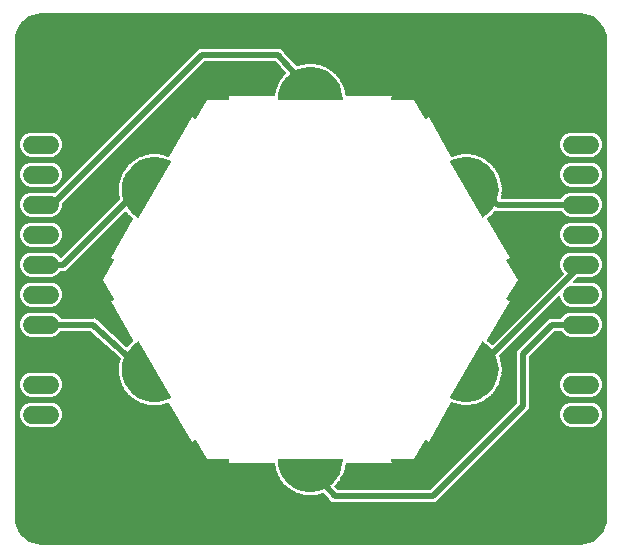
<source format=gbr>
G04 EAGLE Gerber RS-274X export*
G75*
%MOMM*%
%FSLAX34Y34*%
%LPD*%
%INTop Copper*%
%IPPOS*%
%AMOC8*
5,1,8,0,0,1.08239X$1,22.5*%
G01*
%ADD10C,1.000000*%
%ADD11C,1.524000*%
%ADD12C,0.756400*%
%ADD13C,0.508000*%

G36*
X589044Y135386D02*
X589044Y135386D01*
X589066Y135384D01*
X592443Y135650D01*
X592492Y135664D01*
X592560Y135673D01*
X598984Y137761D01*
X599031Y137787D01*
X599126Y137833D01*
X604591Y141803D01*
X604627Y141843D01*
X604703Y141915D01*
X608673Y147380D01*
X608696Y147429D01*
X608745Y147522D01*
X610833Y153946D01*
X610839Y153997D01*
X610856Y154063D01*
X611122Y157440D01*
X611119Y157459D01*
X611123Y157480D01*
X611123Y563118D01*
X611120Y563136D01*
X611122Y563158D01*
X610856Y566535D01*
X610842Y566584D01*
X610833Y566652D01*
X608745Y573076D01*
X608719Y573123D01*
X608673Y573218D01*
X604703Y578683D01*
X604663Y578719D01*
X604591Y578795D01*
X599126Y582765D01*
X599077Y582788D01*
X598984Y582837D01*
X592560Y584925D01*
X592509Y584931D01*
X592443Y584948D01*
X589066Y585214D01*
X589047Y585211D01*
X589026Y585215D01*
X131826Y585215D01*
X131808Y585212D01*
X131786Y585214D01*
X128409Y584948D01*
X128360Y584934D01*
X128292Y584925D01*
X121868Y582837D01*
X121821Y582811D01*
X121726Y582765D01*
X116261Y578795D01*
X116225Y578755D01*
X116149Y578683D01*
X112179Y573218D01*
X112156Y573169D01*
X112107Y573076D01*
X110019Y566652D01*
X110013Y566601D01*
X109996Y566535D01*
X109730Y563158D01*
X109733Y563139D01*
X109729Y563118D01*
X109729Y157480D01*
X109732Y157462D01*
X109730Y157440D01*
X109996Y154063D01*
X110010Y154014D01*
X110019Y153946D01*
X112107Y147522D01*
X112133Y147475D01*
X112179Y147380D01*
X116149Y141915D01*
X116189Y141879D01*
X116261Y141803D01*
X121726Y137833D01*
X121775Y137810D01*
X121868Y137761D01*
X128292Y135673D01*
X128343Y135667D01*
X128409Y135650D01*
X131786Y135384D01*
X131805Y135387D01*
X131826Y135383D01*
X589026Y135383D01*
X589044Y135386D01*
G37*
%LPC*%
G36*
X380329Y171448D02*
X380329Y171448D01*
X380310Y171445D01*
X380289Y171449D01*
X378402Y171449D01*
X378374Y171477D01*
X378300Y171526D01*
X378228Y171579D01*
X378216Y171582D01*
X378207Y171588D01*
X378153Y171598D01*
X378054Y171624D01*
X378015Y171627D01*
X376787Y173062D01*
X376772Y173073D01*
X376760Y173090D01*
X375425Y174425D01*
X375425Y174465D01*
X375408Y174552D01*
X375394Y174639D01*
X375388Y174650D01*
X375386Y174662D01*
X375355Y174707D01*
X375303Y174795D01*
X371412Y179341D01*
X371392Y179357D01*
X371379Y179376D01*
X371367Y179383D01*
X371355Y179398D01*
X371302Y179427D01*
X371255Y179464D01*
X371222Y179473D01*
X371208Y179481D01*
X371201Y179483D01*
X371180Y179495D01*
X371120Y179501D01*
X371061Y179517D01*
X371032Y179513D01*
X371031Y179513D01*
X371017Y179513D01*
X371013Y179513D01*
X370981Y179516D01*
X370914Y179498D01*
X370862Y179491D01*
X370840Y179478D01*
X370821Y179474D01*
X370815Y179470D01*
X370807Y179468D01*
X369967Y179063D01*
X369880Y179094D01*
X369810Y179103D01*
X369742Y179121D01*
X369709Y179117D01*
X369681Y179121D01*
X369631Y179108D01*
X369563Y179100D01*
X367938Y178598D01*
X367876Y178565D01*
X367810Y178539D01*
X367786Y178516D01*
X367762Y178503D01*
X367730Y178462D01*
X367679Y178415D01*
X367625Y178341D01*
X366642Y178193D01*
X366610Y178181D01*
X366568Y178176D01*
X365619Y177883D01*
X365537Y177926D01*
X365470Y177946D01*
X365405Y177974D01*
X365372Y177975D01*
X365345Y177983D01*
X365294Y177977D01*
X365225Y177979D01*
X363543Y177726D01*
X363477Y177702D01*
X363408Y177686D01*
X363381Y177667D01*
X363355Y177657D01*
X363317Y177622D01*
X363260Y177583D01*
X363195Y177518D01*
X362202Y177518D01*
X362168Y177511D01*
X362126Y177512D01*
X361143Y177364D01*
X361069Y177419D01*
X361005Y177449D01*
X360946Y177486D01*
X360913Y177492D01*
X360888Y177503D01*
X360836Y177505D01*
X360768Y177518D01*
X359068Y177518D01*
X358998Y177504D01*
X358928Y177498D01*
X358899Y177484D01*
X358871Y177478D01*
X358829Y177449D01*
X358767Y177419D01*
X358693Y177364D01*
X357710Y177512D01*
X357675Y177510D01*
X357634Y177518D01*
X356641Y177518D01*
X356576Y177583D01*
X356517Y177622D01*
X356463Y177668D01*
X356432Y177678D01*
X356409Y177694D01*
X356358Y177703D01*
X356293Y177726D01*
X354611Y177979D01*
X354541Y177976D01*
X354470Y177981D01*
X354439Y177971D01*
X354411Y177969D01*
X354364Y177947D01*
X354299Y177926D01*
X354217Y177883D01*
X353268Y178176D01*
X353233Y178179D01*
X353194Y178193D01*
X352211Y178341D01*
X352157Y178415D01*
X352104Y178462D01*
X352058Y178516D01*
X352029Y178531D01*
X352008Y178549D01*
X351959Y178567D01*
X351898Y178598D01*
X350273Y179100D01*
X350203Y179107D01*
X350134Y179122D01*
X350102Y179117D01*
X350074Y179120D01*
X350024Y179105D01*
X349956Y179094D01*
X349869Y179063D01*
X348974Y179494D01*
X348940Y179503D01*
X348903Y179522D01*
X347954Y179815D01*
X347911Y179896D01*
X347866Y179951D01*
X347828Y180011D01*
X347802Y180030D01*
X347784Y180052D01*
X347739Y180076D01*
X347683Y180116D01*
X346151Y180854D01*
X346082Y180872D01*
X346016Y180897D01*
X345984Y180897D01*
X345956Y180904D01*
X345905Y180896D01*
X345836Y180896D01*
X345746Y180878D01*
X344925Y181438D01*
X344893Y181452D01*
X344859Y181476D01*
X343964Y181907D01*
X343933Y181994D01*
X343898Y182055D01*
X343869Y182119D01*
X343846Y182142D01*
X343831Y182166D01*
X343790Y182197D01*
X343740Y182246D01*
X342335Y183204D01*
X342271Y183231D01*
X342209Y183266D01*
X342177Y183271D01*
X342151Y183281D01*
X342099Y183282D01*
X342031Y183291D01*
X341939Y183288D01*
X341211Y183964D01*
X341181Y183982D01*
X341151Y184011D01*
X340330Y184571D01*
X340313Y184661D01*
X340287Y184727D01*
X340268Y184795D01*
X340248Y184821D01*
X340238Y184847D01*
X340201Y184883D01*
X340160Y184939D01*
X338913Y186095D01*
X338853Y186132D01*
X338798Y186176D01*
X338766Y186185D01*
X338742Y186200D01*
X338691Y186208D01*
X338625Y186227D01*
X338534Y186238D01*
X337914Y187015D01*
X337887Y187037D01*
X337862Y187070D01*
X337134Y187746D01*
X337131Y187838D01*
X337114Y187907D01*
X337106Y187977D01*
X337090Y188006D01*
X337084Y188033D01*
X337053Y188074D01*
X337020Y188135D01*
X335960Y189465D01*
X335911Y189506D01*
X335901Y189521D01*
X335890Y189527D01*
X335858Y189562D01*
X335828Y189576D01*
X335807Y189594D01*
X335760Y189608D01*
X335730Y189626D01*
X335714Y189629D01*
X335695Y189638D01*
X335606Y189662D01*
X335109Y190523D01*
X335086Y190549D01*
X335067Y190585D01*
X334447Y191362D01*
X334457Y191454D01*
X334451Y191524D01*
X334453Y191595D01*
X334442Y191625D01*
X334440Y191653D01*
X334416Y191699D01*
X334392Y191764D01*
X333542Y193237D01*
X333496Y193290D01*
X333456Y193348D01*
X333428Y193366D01*
X333410Y193387D01*
X333363Y193410D01*
X333306Y193448D01*
X333221Y193485D01*
X332858Y194410D01*
X332852Y194419D01*
X332850Y194430D01*
X332836Y194450D01*
X332825Y194478D01*
X332329Y195339D01*
X332353Y195427D01*
X332357Y195498D01*
X332370Y195567D01*
X332363Y195599D01*
X332365Y195627D01*
X332348Y195676D01*
X332335Y195744D01*
X331714Y197327D01*
X331675Y197386D01*
X331644Y197450D01*
X331620Y197472D01*
X331605Y197495D01*
X331562Y197525D01*
X331511Y197571D01*
X331433Y197620D01*
X331212Y198589D01*
X331198Y198620D01*
X331190Y198661D01*
X330827Y199586D01*
X330864Y199670D01*
X330879Y199739D01*
X330901Y199806D01*
X330900Y199839D01*
X330906Y199866D01*
X330896Y199917D01*
X330893Y199986D01*
X330515Y201644D01*
X330486Y201708D01*
X330465Y201776D01*
X330444Y201801D01*
X330433Y201827D01*
X330395Y201862D01*
X330351Y201916D01*
X330281Y201976D01*
X330207Y202966D01*
X330198Y203000D01*
X330196Y203041D01*
X329966Y204048D01*
X329946Y204093D01*
X329935Y204141D01*
X329905Y204183D01*
X329884Y204231D01*
X329848Y204264D01*
X329819Y204304D01*
X329775Y204332D01*
X329737Y204367D01*
X329691Y204384D01*
X329649Y204410D01*
X329592Y204421D01*
X329549Y204436D01*
X329514Y204435D01*
X329472Y204442D01*
X291160Y204442D01*
X291415Y207441D01*
X291412Y207470D01*
X291417Y207500D01*
X291401Y207568D01*
X291393Y207638D01*
X291378Y207664D01*
X291371Y207693D01*
X291329Y207750D01*
X291294Y207811D01*
X291271Y207829D01*
X291253Y207853D01*
X291193Y207889D01*
X291136Y207932D01*
X291108Y207939D01*
X291082Y207955D01*
X290986Y207971D01*
X290944Y207982D01*
X290932Y207980D01*
X290918Y207982D01*
X272207Y207982D01*
X262851Y224232D01*
X262831Y224254D01*
X262819Y224281D01*
X262779Y224317D01*
X262757Y224346D01*
X262743Y224354D01*
X262719Y224381D01*
X262693Y224394D01*
X262671Y224414D01*
X262604Y224436D01*
X262586Y224447D01*
X262579Y224448D01*
X262540Y224467D01*
X262510Y224469D01*
X262483Y224478D01*
X262426Y224474D01*
X262422Y224475D01*
X262407Y224475D01*
X262401Y224474D01*
X262341Y224476D01*
X262313Y224466D01*
X262284Y224464D01*
X262231Y224439D01*
X262212Y224435D01*
X262191Y224421D01*
X262155Y224407D01*
X262146Y224399D01*
X262134Y224393D01*
X259642Y222666D01*
X240540Y255754D01*
X240507Y255792D01*
X240483Y255835D01*
X240442Y255866D01*
X240408Y255905D01*
X240363Y255926D01*
X240324Y255956D01*
X240274Y255970D01*
X240227Y255992D01*
X240178Y255995D01*
X240130Y256007D01*
X240073Y256000D01*
X240027Y256003D01*
X239993Y255991D01*
X239951Y255985D01*
X238939Y255673D01*
X238909Y255656D01*
X238869Y255645D01*
X237974Y255213D01*
X237887Y255244D01*
X237817Y255253D01*
X237749Y255271D01*
X237716Y255267D01*
X237688Y255271D01*
X237638Y255258D01*
X237570Y255249D01*
X235949Y254748D01*
X235887Y254715D01*
X235822Y254688D01*
X235798Y254666D01*
X235773Y254653D01*
X235741Y254612D01*
X235691Y254565D01*
X235636Y254491D01*
X234654Y254342D01*
X234621Y254330D01*
X234580Y254325D01*
X233630Y254032D01*
X233549Y254075D01*
X233481Y254094D01*
X233416Y254122D01*
X233384Y254123D01*
X233357Y254131D01*
X233306Y254126D01*
X233236Y254127D01*
X231559Y253874D01*
X231493Y253850D01*
X231424Y253833D01*
X231397Y253815D01*
X231371Y253805D01*
X231333Y253770D01*
X231276Y253731D01*
X231211Y253665D01*
X230218Y253665D01*
X230183Y253658D01*
X230142Y253659D01*
X229160Y253510D01*
X229086Y253565D01*
X229022Y253595D01*
X228962Y253632D01*
X228929Y253638D01*
X228904Y253650D01*
X228852Y253652D01*
X228784Y253664D01*
X227088Y253663D01*
X227019Y253649D01*
X226948Y253643D01*
X226919Y253629D01*
X226892Y253623D01*
X226849Y253594D01*
X226787Y253564D01*
X226713Y253509D01*
X225730Y253656D01*
X225696Y253655D01*
X225655Y253662D01*
X224661Y253662D01*
X224596Y253727D01*
X224537Y253766D01*
X224483Y253811D01*
X224452Y253822D01*
X224429Y253837D01*
X224378Y253847D01*
X224313Y253869D01*
X222635Y254121D01*
X222565Y254118D01*
X222494Y254122D01*
X222463Y254112D01*
X222435Y254111D01*
X222389Y254089D01*
X222323Y254068D01*
X222241Y254025D01*
X221292Y254317D01*
X221257Y254321D01*
X221218Y254334D01*
X220235Y254481D01*
X220181Y254555D01*
X220128Y254603D01*
X220082Y254656D01*
X220053Y254671D01*
X220032Y254690D01*
X219983Y254707D01*
X219922Y254739D01*
X218301Y255238D01*
X218230Y255245D01*
X218161Y255260D01*
X218129Y255255D01*
X218101Y255258D01*
X218052Y255242D01*
X217984Y255232D01*
X217897Y255201D01*
X217001Y255632D01*
X216968Y255640D01*
X216931Y255659D01*
X215981Y255952D01*
X215938Y256033D01*
X215893Y256088D01*
X215855Y256147D01*
X215829Y256166D01*
X215811Y256188D01*
X215766Y256212D01*
X215709Y256253D01*
X214181Y256988D01*
X214112Y257005D01*
X214047Y257031D01*
X214014Y257030D01*
X213987Y257037D01*
X213936Y257030D01*
X213866Y257029D01*
X213776Y257012D01*
X212955Y257571D01*
X212923Y257585D01*
X212889Y257609D01*
X211994Y258040D01*
X211963Y258126D01*
X211927Y258187D01*
X211898Y258252D01*
X211875Y258275D01*
X211861Y258299D01*
X211819Y258329D01*
X211770Y258378D01*
X210368Y259333D01*
X210303Y259360D01*
X210241Y259395D01*
X210209Y259399D01*
X210183Y259410D01*
X210132Y259410D01*
X210063Y259420D01*
X209971Y259417D01*
X209242Y260092D01*
X209213Y260110D01*
X209183Y260139D01*
X208362Y260698D01*
X208345Y260789D01*
X208321Y260847D01*
X208314Y260879D01*
X208309Y260886D01*
X208299Y260922D01*
X208280Y260949D01*
X208269Y260975D01*
X208233Y261011D01*
X208191Y261066D01*
X206947Y262219D01*
X206887Y262256D01*
X206831Y262300D01*
X206800Y262309D01*
X206776Y262324D01*
X206725Y262332D01*
X206659Y262351D01*
X206567Y262362D01*
X205947Y263138D01*
X205920Y263161D01*
X205895Y263194D01*
X205167Y263869D01*
X205163Y263961D01*
X205147Y264029D01*
X205138Y264100D01*
X205123Y264129D01*
X205116Y264156D01*
X205086Y264197D01*
X205053Y264258D01*
X203994Y265584D01*
X203973Y265602D01*
X203968Y265608D01*
X203956Y265616D01*
X203940Y265629D01*
X203892Y265681D01*
X203862Y265695D01*
X203841Y265713D01*
X203792Y265728D01*
X203729Y265757D01*
X203640Y265781D01*
X203143Y266641D01*
X203120Y266667D01*
X203100Y266704D01*
X202480Y267480D01*
X202490Y267572D01*
X202484Y267642D01*
X202486Y267713D01*
X202475Y267743D01*
X202473Y267771D01*
X202449Y267817D01*
X202425Y267882D01*
X201576Y269351D01*
X201530Y269404D01*
X201490Y269462D01*
X201462Y269480D01*
X201444Y269501D01*
X201397Y269523D01*
X201340Y269562D01*
X201255Y269598D01*
X200892Y270523D01*
X200873Y270552D01*
X200859Y270591D01*
X200362Y271452D01*
X200385Y271540D01*
X200390Y271611D01*
X200403Y271680D01*
X200396Y271713D01*
X200398Y271741D01*
X200381Y271789D01*
X200367Y271857D01*
X199747Y273436D01*
X199708Y273495D01*
X199677Y273558D01*
X199653Y273580D01*
X199638Y273604D01*
X199595Y273633D01*
X199544Y273680D01*
X199466Y273729D01*
X199245Y274697D01*
X199230Y274729D01*
X199222Y274770D01*
X198859Y275694D01*
X198895Y275779D01*
X198910Y275848D01*
X198933Y275914D01*
X198932Y275947D01*
X198938Y275975D01*
X198928Y276025D01*
X198925Y276094D01*
X198546Y277748D01*
X198517Y277812D01*
X198496Y277880D01*
X198475Y277905D01*
X198464Y277931D01*
X198426Y277966D01*
X198383Y278019D01*
X198313Y278079D01*
X198238Y279070D01*
X198229Y279104D01*
X198227Y279145D01*
X198005Y280114D01*
X198054Y280192D01*
X198070Y280235D01*
X198093Y280269D01*
X198097Y280292D01*
X198111Y280320D01*
X198115Y280353D01*
X198125Y280379D01*
X198123Y280431D01*
X198124Y280446D01*
X198128Y280467D01*
X198127Y280471D01*
X198130Y280500D01*
X198002Y282191D01*
X197983Y282259D01*
X197972Y282329D01*
X197956Y282357D01*
X197948Y282384D01*
X197916Y282424D01*
X197881Y282484D01*
X197821Y282554D01*
X197894Y283544D01*
X197890Y283579D01*
X197894Y283620D01*
X197819Y284611D01*
X197879Y284681D01*
X197914Y284742D01*
X197955Y284799D01*
X197963Y284828D01*
X197967Y284835D01*
X197968Y284838D01*
X197977Y284856D01*
X197983Y284907D01*
X198000Y284974D01*
X198126Y286665D01*
X198117Y286735D01*
X198117Y286806D01*
X198105Y286836D01*
X198101Y286864D01*
X198076Y286909D01*
X198050Y286973D01*
X198001Y287051D01*
X198221Y288020D01*
X198222Y288055D01*
X198232Y288095D01*
X198306Y289086D01*
X198376Y289146D01*
X198419Y289201D01*
X198469Y289252D01*
X198482Y289282D01*
X198499Y289304D01*
X198512Y289354D01*
X198539Y289417D01*
X198916Y291071D01*
X198918Y291142D01*
X198928Y291212D01*
X198920Y291244D01*
X198921Y291272D01*
X198902Y291320D01*
X198886Y291387D01*
X198849Y291471D01*
X199212Y292396D01*
X199218Y292431D01*
X199234Y292469D01*
X199399Y293194D01*
X199401Y293272D01*
X199410Y293349D01*
X199403Y293371D01*
X199404Y293394D01*
X199376Y293467D01*
X199354Y293542D01*
X199339Y293561D01*
X199331Y293581D01*
X199292Y293621D01*
X199243Y293684D01*
X173716Y316607D01*
X173635Y316655D01*
X173555Y316705D01*
X173548Y316706D01*
X173543Y316709D01*
X173499Y316715D01*
X173377Y316737D01*
X148932Y316737D01*
X148926Y316736D01*
X148919Y316737D01*
X148828Y316716D01*
X148736Y316698D01*
X148730Y316694D01*
X148724Y316693D01*
X148647Y316638D01*
X148570Y316585D01*
X148566Y316580D01*
X148561Y316576D01*
X148464Y316424D01*
X148314Y316062D01*
X145456Y313204D01*
X144675Y312881D01*
X143450Y312373D01*
X142225Y311866D01*
X141721Y311657D01*
X122439Y311657D01*
X118704Y313204D01*
X115846Y316062D01*
X114299Y319797D01*
X114299Y323839D01*
X115846Y327574D01*
X118704Y330432D01*
X119384Y330714D01*
X119385Y330714D01*
X120609Y331221D01*
X121834Y331728D01*
X122439Y331979D01*
X141721Y331979D01*
X145456Y330432D01*
X148314Y327574D01*
X148464Y327212D01*
X148467Y327206D01*
X148469Y327200D01*
X148523Y327123D01*
X148575Y327045D01*
X148581Y327042D01*
X148585Y327037D01*
X148665Y326987D01*
X148743Y326935D01*
X148749Y326934D01*
X148755Y326931D01*
X148932Y326899D01*
X175368Y326899D01*
X175381Y326901D01*
X175395Y326899D01*
X177360Y327005D01*
X177401Y326981D01*
X177481Y326931D01*
X177488Y326930D01*
X177493Y326927D01*
X177537Y326921D01*
X177615Y326907D01*
X179005Y325517D01*
X179015Y325510D01*
X179024Y325498D01*
X204271Y302826D01*
X204289Y302816D01*
X204302Y302800D01*
X204375Y302765D01*
X204444Y302724D01*
X204464Y302721D01*
X204483Y302712D01*
X204563Y302708D01*
X204643Y302697D01*
X204662Y302702D01*
X204683Y302701D01*
X204758Y302728D01*
X204836Y302749D01*
X204852Y302762D01*
X204872Y302768D01*
X204953Y302840D01*
X204995Y302872D01*
X204999Y302880D01*
X205007Y302887D01*
X205029Y302915D01*
X205061Y302978D01*
X205101Y303037D01*
X205108Y303069D01*
X205121Y303093D01*
X205125Y303145D01*
X205140Y303213D01*
X205143Y303304D01*
X205871Y303981D01*
X205891Y304009D01*
X205922Y304036D01*
X206541Y304814D01*
X206633Y304824D01*
X206700Y304846D01*
X206769Y304859D01*
X206797Y304877D01*
X206824Y304885D01*
X206863Y304919D01*
X206921Y304956D01*
X208164Y306111D01*
X208205Y306168D01*
X208253Y306220D01*
X208264Y306251D01*
X208281Y306274D01*
X208292Y306324D01*
X208317Y306388D01*
X208334Y306479D01*
X209155Y307039D01*
X209179Y307064D01*
X209214Y307086D01*
X210019Y307835D01*
X210048Y307875D01*
X210084Y307908D01*
X210106Y307955D01*
X210136Y307997D01*
X210147Y308045D01*
X210168Y308090D01*
X210170Y308142D01*
X210181Y308193D01*
X210173Y308241D01*
X210174Y308290D01*
X210155Y308345D01*
X210147Y308390D01*
X210128Y308420D01*
X210113Y308460D01*
X190927Y341694D01*
X193631Y342966D01*
X193654Y342984D01*
X193681Y342994D01*
X193733Y343043D01*
X193790Y343085D01*
X193805Y343110D01*
X193826Y343130D01*
X193855Y343195D01*
X193890Y343257D01*
X193894Y343286D01*
X193906Y343312D01*
X193907Y343383D01*
X193916Y343454D01*
X193908Y343482D01*
X193909Y343511D01*
X193874Y343604D01*
X193862Y343645D01*
X193855Y343654D01*
X193851Y343667D01*
X184494Y359918D01*
X193851Y376169D01*
X193860Y376197D01*
X193877Y376221D01*
X193891Y376290D01*
X193914Y376358D01*
X193911Y376387D01*
X193917Y376415D01*
X193903Y376485D01*
X193898Y376556D01*
X193884Y376582D01*
X193879Y376610D01*
X193839Y376669D01*
X193806Y376732D01*
X193784Y376751D01*
X193767Y376775D01*
X193685Y376832D01*
X193653Y376859D01*
X193642Y376862D01*
X193631Y376870D01*
X190927Y378142D01*
X210038Y411246D01*
X210054Y411292D01*
X210079Y411335D01*
X210086Y411387D01*
X210102Y411436D01*
X210099Y411485D01*
X210105Y411534D01*
X210091Y411584D01*
X210088Y411636D01*
X210065Y411680D01*
X210052Y411727D01*
X210017Y411774D01*
X209997Y411814D01*
X209970Y411837D01*
X209944Y411871D01*
X209214Y412550D01*
X209184Y412568D01*
X209155Y412597D01*
X208334Y413157D01*
X208317Y413248D01*
X208290Y413313D01*
X208272Y413381D01*
X208252Y413407D01*
X208242Y413433D01*
X208205Y413470D01*
X208164Y413525D01*
X206921Y414680D01*
X206861Y414717D01*
X206805Y414760D01*
X206774Y414770D01*
X206750Y414784D01*
X206699Y414792D01*
X206633Y414812D01*
X206541Y414822D01*
X205922Y415600D01*
X205896Y415622D01*
X205871Y415655D01*
X205143Y416332D01*
X205140Y416423D01*
X205123Y416492D01*
X205115Y416562D01*
X205100Y416590D01*
X205096Y416605D01*
X205096Y416606D01*
X205093Y416618D01*
X205062Y416660D01*
X205029Y416721D01*
X203973Y418048D01*
X203919Y418093D01*
X203870Y418145D01*
X203841Y418159D01*
X203819Y418177D01*
X203770Y418192D01*
X203707Y418221D01*
X203556Y418262D01*
X203482Y418267D01*
X203409Y418279D01*
X203383Y418273D01*
X203356Y418275D01*
X203286Y418250D01*
X203214Y418234D01*
X203190Y418217D01*
X203167Y418209D01*
X203127Y418173D01*
X203066Y418131D01*
X152473Y367537D01*
X148932Y367537D01*
X148926Y367536D01*
X148919Y367537D01*
X148828Y367516D01*
X148736Y367498D01*
X148730Y367494D01*
X148724Y367493D01*
X148647Y367438D01*
X148570Y367385D01*
X148566Y367380D01*
X148561Y367376D01*
X148464Y367224D01*
X148314Y366862D01*
X145456Y364004D01*
X144494Y363606D01*
X144493Y363606D01*
X143269Y363098D01*
X142044Y362591D01*
X141721Y362457D01*
X122439Y362457D01*
X118704Y364004D01*
X115846Y366862D01*
X114299Y370597D01*
X114299Y374639D01*
X115846Y378374D01*
X118704Y381232D01*
X119203Y381439D01*
X119204Y381439D01*
X120428Y381946D01*
X121653Y382453D01*
X122439Y382779D01*
X141721Y382779D01*
X145456Y381232D01*
X148267Y378420D01*
X148272Y378417D01*
X148275Y378413D01*
X148355Y378362D01*
X148434Y378309D01*
X148439Y378308D01*
X148444Y378305D01*
X148538Y378289D01*
X148631Y378271D01*
X148636Y378273D01*
X148642Y378272D01*
X148734Y378293D01*
X148827Y378313D01*
X148832Y378316D01*
X148837Y378317D01*
X148985Y378420D01*
X198757Y428193D01*
X198793Y428246D01*
X198836Y428294D01*
X198848Y428329D01*
X198868Y428359D01*
X198880Y428423D01*
X198901Y428484D01*
X198900Y428524D01*
X198906Y428556D01*
X198900Y428582D01*
X198901Y428584D01*
X198896Y428605D01*
X198893Y428664D01*
X198539Y430219D01*
X198519Y430264D01*
X198511Y430301D01*
X198500Y430316D01*
X198489Y430350D01*
X198469Y430376D01*
X198457Y430401D01*
X198419Y430437D01*
X198376Y430490D01*
X198306Y430550D01*
X198232Y431541D01*
X198223Y431575D01*
X198221Y431616D01*
X198001Y432585D01*
X198050Y432663D01*
X198075Y432729D01*
X198107Y432791D01*
X198111Y432824D01*
X198121Y432850D01*
X198119Y432902D01*
X198126Y432971D01*
X198000Y434662D01*
X197981Y434730D01*
X197971Y434800D01*
X197954Y434828D01*
X197946Y434855D01*
X197914Y434896D01*
X197879Y434955D01*
X197819Y435025D01*
X197894Y436016D01*
X197890Y436050D01*
X197894Y436092D01*
X197821Y437082D01*
X197881Y437152D01*
X197915Y437214D01*
X197957Y437271D01*
X197965Y437302D01*
X197979Y437327D01*
X197985Y437378D01*
X198002Y437445D01*
X198130Y439136D01*
X198121Y439207D01*
X198121Y439277D01*
X198109Y439308D01*
X198105Y439335D01*
X198080Y439380D01*
X198054Y439444D01*
X198005Y439522D01*
X198227Y440491D01*
X198228Y440526D01*
X198238Y440566D01*
X198313Y441557D01*
X198383Y441617D01*
X198426Y441672D01*
X198476Y441722D01*
X198489Y441753D01*
X198506Y441775D01*
X198519Y441824D01*
X198546Y441888D01*
X198925Y443542D01*
X198927Y443612D01*
X198937Y443682D01*
X198929Y443714D01*
X198930Y443742D01*
X198911Y443790D01*
X198895Y443857D01*
X198859Y443942D01*
X198925Y444111D01*
X199222Y444866D01*
X199228Y444900D01*
X199245Y444939D01*
X199466Y445907D01*
X199544Y445956D01*
X199595Y446005D01*
X199652Y446047D01*
X199669Y446075D01*
X199690Y446094D01*
X199710Y446142D01*
X199747Y446200D01*
X200122Y447154D01*
X200122Y447155D01*
X200321Y447662D01*
X200367Y447779D01*
X200380Y447848D01*
X200400Y447916D01*
X200398Y447949D01*
X200402Y447976D01*
X200391Y448027D01*
X200385Y448096D01*
X200362Y448184D01*
X200859Y449045D01*
X200870Y449078D01*
X200892Y449113D01*
X201255Y450038D01*
X201340Y450074D01*
X201398Y450115D01*
X201460Y450148D01*
X201481Y450173D01*
X201504Y450189D01*
X201532Y450233D01*
X201576Y450285D01*
X202425Y451754D01*
X202448Y451821D01*
X202478Y451885D01*
X202480Y451917D01*
X202489Y451944D01*
X202486Y451995D01*
X202490Y452064D01*
X202480Y452156D01*
X203100Y452932D01*
X203116Y452963D01*
X203143Y452995D01*
X203640Y453855D01*
X203729Y453879D01*
X203792Y453910D01*
X203859Y453934D01*
X203883Y453955D01*
X203909Y453968D01*
X203942Y454007D01*
X203994Y454052D01*
X205053Y455378D01*
X205085Y455441D01*
X205125Y455499D01*
X205132Y455531D01*
X205144Y455556D01*
X205148Y455608D01*
X205163Y455675D01*
X205167Y455767D01*
X205895Y456442D01*
X205916Y456470D01*
X205947Y456498D01*
X206567Y457274D01*
X206659Y457285D01*
X206726Y457306D01*
X206795Y457320D01*
X206823Y457337D01*
X206849Y457346D01*
X206889Y457380D01*
X206947Y457417D01*
X208191Y458570D01*
X208232Y458627D01*
X208280Y458679D01*
X208292Y458709D01*
X208308Y458732D01*
X208320Y458783D01*
X208345Y458847D01*
X208362Y458938D01*
X209183Y459497D01*
X209207Y459522D01*
X209242Y459544D01*
X209971Y460219D01*
X210063Y460216D01*
X210133Y460227D01*
X210203Y460230D01*
X210233Y460243D01*
X210261Y460248D01*
X210305Y460275D01*
X210368Y460303D01*
X211770Y461258D01*
X211819Y461309D01*
X211874Y461353D01*
X211890Y461381D01*
X211910Y461402D01*
X211929Y461449D01*
X211963Y461510D01*
X211994Y461596D01*
X212889Y462027D01*
X212917Y462048D01*
X212955Y462065D01*
X213776Y462624D01*
X213866Y462607D01*
X213937Y462608D01*
X214007Y462600D01*
X214039Y462609D01*
X214067Y462609D01*
X214114Y462630D01*
X214181Y462648D01*
X215709Y463383D01*
X215766Y463426D01*
X215827Y463461D01*
X215847Y463487D01*
X215869Y463504D01*
X215895Y463549D01*
X215938Y463603D01*
X215981Y463684D01*
X216931Y463977D01*
X216961Y463993D01*
X217001Y464004D01*
X217897Y464435D01*
X217984Y464404D01*
X218054Y464395D01*
X218122Y464377D01*
X218154Y464381D01*
X218182Y464377D01*
X218232Y464390D01*
X218301Y464398D01*
X219922Y464897D01*
X219984Y464931D01*
X220049Y464957D01*
X220073Y464980D01*
X220098Y464993D01*
X220130Y465033D01*
X220181Y465081D01*
X220235Y465155D01*
X221218Y465302D01*
X221250Y465314D01*
X221292Y465319D01*
X222241Y465611D01*
X222323Y465568D01*
X222390Y465548D01*
X222455Y465520D01*
X222488Y465519D01*
X222515Y465511D01*
X222566Y465517D01*
X222635Y465515D01*
X224313Y465767D01*
X224379Y465791D01*
X224448Y465807D01*
X224475Y465826D01*
X224501Y465835D01*
X224539Y465870D01*
X224596Y465909D01*
X224661Y465974D01*
X225655Y465974D01*
X225689Y465981D01*
X225730Y465979D01*
X226713Y466127D01*
X226787Y466072D01*
X226851Y466042D01*
X226911Y466005D01*
X226943Y465999D01*
X226968Y465987D01*
X227020Y465985D01*
X227088Y465973D01*
X228784Y465972D01*
X228853Y465986D01*
X228924Y465991D01*
X228953Y466006D01*
X228981Y466011D01*
X229023Y466040D01*
X229086Y466071D01*
X229160Y466126D01*
X230142Y465977D01*
X230177Y465979D01*
X230218Y465971D01*
X231211Y465971D01*
X231276Y465905D01*
X231335Y465866D01*
X231389Y465820D01*
X231420Y465810D01*
X231443Y465794D01*
X231494Y465785D01*
X231559Y465762D01*
X233236Y465509D01*
X233307Y465512D01*
X233377Y465507D01*
X233409Y465517D01*
X233437Y465518D01*
X233483Y465541D01*
X233549Y465561D01*
X233630Y465604D01*
X234580Y465311D01*
X234614Y465307D01*
X234654Y465294D01*
X235636Y465145D01*
X235691Y465071D01*
X235743Y465024D01*
X235789Y464971D01*
X235818Y464955D01*
X235839Y464937D01*
X235888Y464919D01*
X235949Y464888D01*
X237570Y464387D01*
X237640Y464380D01*
X237709Y464364D01*
X237741Y464369D01*
X237769Y464366D01*
X237819Y464382D01*
X237887Y464392D01*
X237974Y464423D01*
X238869Y463991D01*
X238902Y463982D01*
X238939Y463963D01*
X239853Y463681D01*
X239902Y463676D01*
X239949Y463661D01*
X240001Y463666D01*
X240052Y463661D01*
X240100Y463675D01*
X240149Y463680D01*
X240195Y463704D01*
X240244Y463719D01*
X240282Y463751D01*
X240326Y463774D01*
X240363Y463818D01*
X240398Y463848D01*
X240415Y463879D01*
X240442Y463912D01*
X259642Y497170D01*
X262134Y495443D01*
X262161Y495431D01*
X262183Y495412D01*
X262251Y495392D01*
X262316Y495364D01*
X262346Y495364D01*
X262374Y495356D01*
X262444Y495364D01*
X262515Y495363D01*
X262542Y495375D01*
X262572Y495378D01*
X262633Y495413D01*
X262699Y495440D01*
X262719Y495461D01*
X262745Y495476D01*
X262807Y495551D01*
X262838Y495582D01*
X262842Y495593D01*
X262851Y495604D01*
X272207Y511854D01*
X290918Y511854D01*
X290947Y511860D01*
X290977Y511857D01*
X291044Y511879D01*
X291113Y511893D01*
X291137Y511910D01*
X291166Y511920D01*
X291219Y511966D01*
X291277Y512006D01*
X291293Y512031D01*
X291315Y512051D01*
X291346Y512114D01*
X291384Y512173D01*
X291389Y512203D01*
X291402Y512230D01*
X291410Y512327D01*
X291417Y512370D01*
X291414Y512381D01*
X291415Y512395D01*
X291160Y515394D01*
X329472Y515394D01*
X329520Y515403D01*
X329569Y515403D01*
X329617Y515423D01*
X329668Y515433D01*
X329709Y515461D01*
X329755Y515480D01*
X329791Y515517D01*
X329834Y515546D01*
X329861Y515587D01*
X329896Y515622D01*
X329918Y515676D01*
X329943Y515714D01*
X329950Y515749D01*
X329966Y515788D01*
X330196Y516795D01*
X330197Y516829D01*
X330207Y516870D01*
X330281Y517860D01*
X330351Y517920D01*
X330395Y517976D01*
X330444Y518026D01*
X330457Y518056D01*
X330474Y518079D01*
X330488Y518128D01*
X330515Y518192D01*
X330893Y519850D01*
X330895Y519920D01*
X330905Y519990D01*
X330898Y520022D01*
X330898Y520050D01*
X330880Y520098D01*
X330864Y520166D01*
X330827Y520250D01*
X331190Y521175D01*
X331196Y521209D01*
X331196Y521210D01*
X331198Y521213D01*
X331199Y521216D01*
X331212Y521247D01*
X331433Y522216D01*
X331511Y522265D01*
X331562Y522313D01*
X331619Y522356D01*
X331636Y522384D01*
X331657Y522403D01*
X331677Y522450D01*
X331714Y522509D01*
X332335Y524092D01*
X332347Y524162D01*
X332368Y524229D01*
X332365Y524262D01*
X332370Y524289D01*
X332358Y524340D01*
X332353Y524409D01*
X332329Y524497D01*
X332825Y525358D01*
X332837Y525391D01*
X332858Y525426D01*
X333221Y526351D01*
X333306Y526388D01*
X333364Y526428D01*
X333426Y526462D01*
X333447Y526487D01*
X333470Y526503D01*
X333498Y526547D01*
X333542Y526599D01*
X334392Y528072D01*
X334415Y528139D01*
X334445Y528203D01*
X334447Y528235D01*
X334456Y528262D01*
X334453Y528313D01*
X334457Y528382D01*
X334447Y528474D01*
X335067Y529251D01*
X335082Y529282D01*
X335109Y529313D01*
X335606Y530174D01*
X335695Y530198D01*
X335758Y530229D01*
X335825Y530253D01*
X335849Y530274D01*
X335874Y530287D01*
X335908Y530326D01*
X335960Y530371D01*
X337020Y531701D01*
X337053Y531764D01*
X337092Y531822D01*
X337099Y531854D01*
X337112Y531879D01*
X337116Y531930D01*
X337131Y531998D01*
X337134Y532090D01*
X337862Y532766D01*
X337883Y532794D01*
X337914Y532821D01*
X338534Y533598D01*
X338625Y533609D01*
X338692Y533630D01*
X338762Y533644D01*
X338789Y533661D01*
X338816Y533670D01*
X338855Y533703D01*
X338913Y533741D01*
X339297Y534097D01*
X339356Y534178D01*
X339414Y534259D01*
X339414Y534260D01*
X339436Y534355D01*
X339459Y534454D01*
X339459Y534455D01*
X339443Y534549D01*
X339426Y534652D01*
X339425Y534652D01*
X339425Y534653D01*
X339420Y534660D01*
X339332Y534806D01*
X330592Y544659D01*
X330574Y544673D01*
X330561Y544691D01*
X330494Y544733D01*
X330432Y544779D01*
X330410Y544785D01*
X330390Y544797D01*
X330292Y544815D01*
X330238Y544829D01*
X330226Y544827D01*
X330213Y544829D01*
X270285Y544829D01*
X270277Y544828D01*
X270269Y544829D01*
X270179Y544808D01*
X270088Y544790D01*
X270082Y544785D01*
X270074Y544783D01*
X269926Y544681D01*
X150009Y424764D01*
X150005Y424757D01*
X149999Y424753D01*
X149950Y424674D01*
X149898Y424597D01*
X149897Y424589D01*
X149893Y424583D01*
X149861Y424405D01*
X149861Y421397D01*
X148314Y417662D01*
X145456Y414804D01*
X144313Y414331D01*
X144312Y414331D01*
X143088Y413823D01*
X141863Y413316D01*
X141721Y413257D01*
X122439Y413257D01*
X118704Y414804D01*
X115846Y417662D01*
X114299Y421397D01*
X114299Y425439D01*
X115846Y429174D01*
X118704Y432032D01*
X119022Y432164D01*
X120247Y432671D01*
X121472Y433178D01*
X122439Y433579D01*
X141721Y433579D01*
X143340Y432908D01*
X143346Y432907D01*
X143352Y432903D01*
X143445Y432888D01*
X143537Y432870D01*
X143543Y432871D01*
X143550Y432870D01*
X143641Y432891D01*
X143733Y432910D01*
X143738Y432914D01*
X143745Y432915D01*
X143893Y433018D01*
X262741Y551866D01*
X265865Y554991D01*
X330605Y554991D01*
X330696Y555009D01*
X330788Y555025D01*
X330794Y555029D01*
X330801Y555030D01*
X330842Y555058D01*
X330924Y555108D01*
X332863Y554992D01*
X332877Y554994D01*
X332893Y554991D01*
X334836Y554991D01*
X334896Y554951D01*
X334972Y554897D01*
X334980Y554895D01*
X334986Y554892D01*
X335034Y554882D01*
X335127Y554860D01*
X336416Y553407D01*
X336427Y553398D01*
X336437Y553385D01*
X337811Y552010D01*
X337825Y551940D01*
X337841Y551848D01*
X337845Y551842D01*
X337846Y551835D01*
X337874Y551794D01*
X337935Y551695D01*
X348000Y540346D01*
X348078Y540288D01*
X348156Y540228D01*
X348158Y540227D01*
X348160Y540226D01*
X348256Y540201D01*
X348350Y540177D01*
X348352Y540177D01*
X348354Y540176D01*
X348379Y540180D01*
X348529Y540198D01*
X348903Y540314D01*
X348934Y540330D01*
X348974Y540342D01*
X349869Y540773D01*
X349956Y540742D01*
X350026Y540733D01*
X350094Y540715D01*
X350127Y540719D01*
X350155Y540715D01*
X350205Y540728D01*
X350273Y540736D01*
X351898Y541238D01*
X351960Y541271D01*
X352026Y541297D01*
X352050Y541320D01*
X352074Y541333D01*
X352106Y541374D01*
X352157Y541421D01*
X352211Y541495D01*
X353194Y541643D01*
X353226Y541655D01*
X353268Y541660D01*
X354217Y541953D01*
X354299Y541910D01*
X354366Y541890D01*
X354431Y541862D01*
X354464Y541861D01*
X354491Y541853D01*
X354542Y541859D01*
X354611Y541857D01*
X356293Y542110D01*
X356359Y542134D01*
X356428Y542150D01*
X356455Y542169D01*
X356481Y542179D01*
X356519Y542214D01*
X356576Y542253D01*
X356641Y542318D01*
X357634Y542318D01*
X357668Y542325D01*
X357710Y542324D01*
X358693Y542472D01*
X358767Y542417D01*
X358831Y542387D01*
X358890Y542350D01*
X358923Y542344D01*
X358948Y542333D01*
X359000Y542331D01*
X359068Y542318D01*
X360768Y542318D01*
X360838Y542332D01*
X360908Y542338D01*
X360937Y542352D01*
X360965Y542358D01*
X361007Y542387D01*
X361069Y542417D01*
X361143Y542472D01*
X362126Y542324D01*
X362161Y542326D01*
X362202Y542318D01*
X363195Y542318D01*
X363260Y542253D01*
X363319Y542214D01*
X363373Y542168D01*
X363404Y542158D01*
X363427Y542142D01*
X363478Y542133D01*
X363543Y542110D01*
X365225Y541857D01*
X365295Y541860D01*
X365366Y541855D01*
X365397Y541865D01*
X365425Y541867D01*
X365472Y541889D01*
X365537Y541910D01*
X365619Y541953D01*
X366568Y541660D01*
X366603Y541657D01*
X366642Y541643D01*
X367625Y541495D01*
X367679Y541421D01*
X367732Y541374D01*
X367778Y541320D01*
X367807Y541305D01*
X367828Y541287D01*
X367877Y541269D01*
X367938Y541238D01*
X369563Y540736D01*
X369633Y540729D01*
X369702Y540714D01*
X369734Y540719D01*
X369762Y540716D01*
X369812Y540731D01*
X369880Y540742D01*
X369967Y540773D01*
X370862Y540342D01*
X370896Y540333D01*
X370933Y540314D01*
X371882Y540021D01*
X371925Y539940D01*
X371970Y539885D01*
X372008Y539825D01*
X372034Y539806D01*
X372052Y539784D01*
X372097Y539760D01*
X372153Y539720D01*
X373685Y538982D01*
X373754Y538964D01*
X373820Y538939D01*
X373852Y538939D01*
X373880Y538932D01*
X373931Y538940D01*
X374000Y538940D01*
X374090Y538958D01*
X374911Y538398D01*
X374943Y538384D01*
X374977Y538360D01*
X375872Y537929D01*
X375903Y537842D01*
X375938Y537781D01*
X375967Y537717D01*
X375990Y537694D01*
X376005Y537670D01*
X376046Y537639D01*
X376096Y537590D01*
X377501Y536632D01*
X377565Y536605D01*
X377627Y536570D01*
X377659Y536565D01*
X377685Y536555D01*
X377737Y536554D01*
X377805Y536545D01*
X377897Y536548D01*
X378625Y535872D01*
X378655Y535854D01*
X378685Y535825D01*
X379506Y535265D01*
X379523Y535175D01*
X379549Y535109D01*
X379568Y535041D01*
X379588Y535015D01*
X379598Y534989D01*
X379635Y534953D01*
X379676Y534897D01*
X380923Y533741D01*
X380983Y533704D01*
X381038Y533660D01*
X381070Y533651D01*
X381094Y533636D01*
X381145Y533628D01*
X381211Y533609D01*
X381302Y533598D01*
X381922Y532821D01*
X381949Y532799D01*
X381974Y532766D01*
X382702Y532090D01*
X382705Y531998D01*
X382722Y531929D01*
X382730Y531859D01*
X382746Y531830D01*
X382752Y531803D01*
X382783Y531762D01*
X382816Y531701D01*
X383876Y530371D01*
X383930Y530326D01*
X383978Y530274D01*
X384008Y530260D01*
X384029Y530242D01*
X384079Y530227D01*
X384141Y530198D01*
X384230Y530174D01*
X384727Y529313D01*
X384750Y529287D01*
X384770Y529251D01*
X385389Y528474D01*
X385379Y528382D01*
X385385Y528312D01*
X385383Y528241D01*
X385394Y528211D01*
X385396Y528183D01*
X385420Y528137D01*
X385444Y528072D01*
X386294Y526599D01*
X386340Y526546D01*
X386380Y526488D01*
X386408Y526470D01*
X386426Y526449D01*
X386473Y526426D01*
X386530Y526388D01*
X386615Y526351D01*
X386978Y525426D01*
X386996Y525397D01*
X387011Y525358D01*
X387507Y524497D01*
X387483Y524409D01*
X387479Y524338D01*
X387466Y524269D01*
X387473Y524237D01*
X387471Y524209D01*
X387488Y524160D01*
X387501Y524092D01*
X388122Y522509D01*
X388161Y522450D01*
X388192Y522386D01*
X388216Y522364D01*
X388231Y522341D01*
X388274Y522312D01*
X388325Y522265D01*
X388403Y522216D01*
X388624Y521247D01*
X388638Y521215D01*
X388646Y521175D01*
X389009Y520250D01*
X388972Y520166D01*
X388957Y520097D01*
X388935Y520030D01*
X388936Y519997D01*
X388930Y519970D01*
X388940Y519919D01*
X388943Y519850D01*
X389321Y518192D01*
X389350Y518128D01*
X389371Y518060D01*
X389392Y518035D01*
X389403Y518009D01*
X389441Y517974D01*
X389485Y517920D01*
X389555Y517860D01*
X389629Y516870D01*
X389638Y516836D01*
X389640Y516795D01*
X389870Y515788D01*
X389890Y515743D01*
X389901Y515695D01*
X389931Y515653D01*
X389952Y515605D01*
X389988Y515572D01*
X390017Y515532D01*
X390061Y515504D01*
X390099Y515469D01*
X390145Y515452D01*
X390187Y515426D01*
X390244Y515415D01*
X390287Y515400D01*
X390322Y515401D01*
X390364Y515394D01*
X428676Y515394D01*
X428421Y512395D01*
X428424Y512366D01*
X428419Y512336D01*
X428435Y512268D01*
X428443Y512198D01*
X428458Y512172D01*
X428465Y512143D01*
X428507Y512086D01*
X428542Y512025D01*
X428565Y512007D01*
X428583Y511983D01*
X428643Y511947D01*
X428700Y511904D01*
X428728Y511897D01*
X428754Y511881D01*
X428850Y511865D01*
X428892Y511854D01*
X428904Y511856D01*
X428918Y511854D01*
X447629Y511854D01*
X456985Y495604D01*
X457005Y495582D01*
X457017Y495555D01*
X457070Y495508D01*
X457117Y495455D01*
X457143Y495442D01*
X457165Y495422D01*
X457232Y495399D01*
X457296Y495369D01*
X457326Y495368D01*
X457353Y495358D01*
X457424Y495363D01*
X457495Y495360D01*
X457523Y495370D01*
X457552Y495372D01*
X457641Y495414D01*
X457681Y495429D01*
X457690Y495437D01*
X457702Y495443D01*
X460194Y497170D01*
X479394Y463912D01*
X479427Y463875D01*
X479451Y463832D01*
X479492Y463800D01*
X479526Y463761D01*
X479571Y463740D01*
X479610Y463710D01*
X479660Y463697D01*
X479707Y463674D01*
X479756Y463672D01*
X479804Y463659D01*
X479861Y463666D01*
X479907Y463664D01*
X479941Y463676D01*
X479983Y463681D01*
X480897Y463963D01*
X480927Y463980D01*
X480967Y463991D01*
X481862Y464423D01*
X481949Y464392D01*
X482019Y464383D01*
X482087Y464365D01*
X482120Y464369D01*
X482148Y464365D01*
X482198Y464378D01*
X482266Y464387D01*
X483887Y464888D01*
X483949Y464921D01*
X484014Y464948D01*
X484038Y464970D01*
X484063Y464983D01*
X484095Y465024D01*
X484145Y465071D01*
X484200Y465145D01*
X485182Y465294D01*
X485215Y465306D01*
X485256Y465311D01*
X486206Y465604D01*
X486287Y465561D01*
X486355Y465542D01*
X486420Y465514D01*
X486452Y465513D01*
X486479Y465505D01*
X486530Y465510D01*
X486600Y465509D01*
X488277Y465762D01*
X488343Y465786D01*
X488412Y465803D01*
X488439Y465821D01*
X488465Y465831D01*
X488503Y465866D01*
X488560Y465905D01*
X488625Y465971D01*
X489618Y465971D01*
X489653Y465978D01*
X489694Y465977D01*
X490676Y466126D01*
X490750Y466071D01*
X490814Y466041D01*
X490874Y466004D01*
X490907Y465998D01*
X490932Y465986D01*
X490984Y465984D01*
X491052Y465972D01*
X492748Y465973D01*
X492817Y465987D01*
X492888Y465993D01*
X492917Y466007D01*
X492944Y466013D01*
X492987Y466042D01*
X493049Y466072D01*
X493123Y466127D01*
X494106Y465979D01*
X494140Y465981D01*
X494181Y465974D01*
X495175Y465974D01*
X495240Y465909D01*
X495299Y465870D01*
X495353Y465825D01*
X495384Y465814D01*
X495407Y465799D01*
X495458Y465789D01*
X495523Y465767D01*
X497201Y465515D01*
X497271Y465518D01*
X497342Y465514D01*
X497373Y465524D01*
X497401Y465525D01*
X497447Y465547D01*
X497513Y465568D01*
X497595Y465611D01*
X498544Y465319D01*
X498579Y465315D01*
X498618Y465302D01*
X499601Y465155D01*
X499655Y465081D01*
X499708Y465033D01*
X499754Y464980D01*
X499783Y464965D01*
X499804Y464946D01*
X499853Y464929D01*
X499914Y464897D01*
X501535Y464398D01*
X501606Y464391D01*
X501675Y464376D01*
X501707Y464381D01*
X501735Y464378D01*
X501784Y464394D01*
X501852Y464404D01*
X501939Y464435D01*
X502835Y464004D01*
X502868Y463996D01*
X502905Y463977D01*
X503855Y463684D01*
X503898Y463603D01*
X503943Y463548D01*
X503981Y463489D01*
X504007Y463470D01*
X504025Y463448D01*
X504070Y463424D01*
X504127Y463383D01*
X505655Y462648D01*
X505724Y462631D01*
X505789Y462605D01*
X505822Y462606D01*
X505849Y462599D01*
X505900Y462606D01*
X505970Y462607D01*
X506060Y462624D01*
X506881Y462065D01*
X506913Y462051D01*
X506947Y462027D01*
X507842Y461596D01*
X507873Y461510D01*
X507909Y461449D01*
X507938Y461384D01*
X507961Y461361D01*
X507975Y461337D01*
X508017Y461307D01*
X508066Y461258D01*
X509468Y460303D01*
X509533Y460276D01*
X509595Y460241D01*
X509627Y460237D01*
X509653Y460226D01*
X509704Y460226D01*
X509773Y460216D01*
X509865Y460219D01*
X510594Y459544D01*
X510623Y459526D01*
X510653Y459497D01*
X511474Y458938D01*
X511491Y458847D01*
X511518Y458782D01*
X511537Y458714D01*
X511556Y458687D01*
X511567Y458661D01*
X511603Y458625D01*
X511645Y458570D01*
X512889Y457417D01*
X512949Y457380D01*
X513005Y457336D01*
X513036Y457327D01*
X513060Y457312D01*
X513111Y457304D01*
X513177Y457285D01*
X513269Y457274D01*
X513889Y456498D01*
X513916Y456475D01*
X513941Y456442D01*
X514669Y455767D01*
X514673Y455675D01*
X514689Y455607D01*
X514698Y455536D01*
X514713Y455507D01*
X514720Y455480D01*
X514750Y455439D01*
X514783Y455378D01*
X515842Y454052D01*
X515896Y454007D01*
X515944Y453955D01*
X515974Y453941D01*
X515995Y453923D01*
X516044Y453908D01*
X516107Y453879D01*
X516196Y453855D01*
X516693Y452995D01*
X516716Y452969D01*
X516736Y452932D01*
X517356Y452156D01*
X517346Y452064D01*
X517352Y451994D01*
X517350Y451923D01*
X517361Y451893D01*
X517363Y451865D01*
X517387Y451819D01*
X517411Y451754D01*
X518260Y450285D01*
X518306Y450233D01*
X518346Y450174D01*
X518374Y450156D01*
X518392Y450135D01*
X518439Y450113D01*
X518496Y450074D01*
X518581Y450038D01*
X518944Y449113D01*
X518963Y449084D01*
X518977Y449045D01*
X519474Y448184D01*
X519451Y448096D01*
X519446Y448025D01*
X519433Y447956D01*
X519440Y447923D01*
X519438Y447895D01*
X519455Y447847D01*
X519469Y447779D01*
X520089Y446200D01*
X520128Y446141D01*
X520159Y446078D01*
X520183Y446056D01*
X520198Y446032D01*
X520241Y446003D01*
X520292Y445956D01*
X520370Y445907D01*
X520591Y444939D01*
X520606Y444907D01*
X520614Y444866D01*
X520977Y443942D01*
X520941Y443857D01*
X520926Y443788D01*
X520903Y443722D01*
X520904Y443689D01*
X520898Y443661D01*
X520908Y443611D01*
X520911Y443542D01*
X521290Y441888D01*
X521319Y441824D01*
X521340Y441756D01*
X521361Y441731D01*
X521372Y441705D01*
X521410Y441670D01*
X521453Y441617D01*
X521523Y441557D01*
X521598Y440566D01*
X521607Y440532D01*
X521609Y440491D01*
X521831Y439522D01*
X521782Y439444D01*
X521757Y439378D01*
X521725Y439316D01*
X521721Y439283D01*
X521711Y439257D01*
X521713Y439205D01*
X521706Y439136D01*
X521834Y437445D01*
X521853Y437377D01*
X521864Y437307D01*
X521881Y437279D01*
X521888Y437252D01*
X521920Y437212D01*
X521955Y437152D01*
X522015Y437082D01*
X521942Y436092D01*
X521946Y436057D01*
X521942Y436016D01*
X522017Y435025D01*
X521957Y434955D01*
X521922Y434894D01*
X521881Y434837D01*
X521872Y434805D01*
X521859Y434780D01*
X521853Y434729D01*
X521836Y434662D01*
X521710Y432971D01*
X521719Y432901D01*
X521719Y432830D01*
X521731Y432800D01*
X521735Y432772D01*
X521760Y432727D01*
X521786Y432663D01*
X521835Y432585D01*
X521615Y431616D01*
X521614Y431581D01*
X521604Y431541D01*
X521530Y430550D01*
X521460Y430490D01*
X521432Y430453D01*
X521426Y430450D01*
X521415Y430433D01*
X521367Y430384D01*
X521354Y430354D01*
X521337Y430332D01*
X521328Y430299D01*
X521317Y430282D01*
X521312Y430256D01*
X521297Y430219D01*
X521046Y429119D01*
X521045Y429057D01*
X521034Y428996D01*
X521042Y428957D01*
X521041Y428918D01*
X521064Y428861D01*
X521077Y428800D01*
X521100Y428768D01*
X521114Y428731D01*
X521157Y428687D01*
X521193Y428637D01*
X521227Y428616D01*
X521254Y428588D01*
X521311Y428563D01*
X521364Y428531D01*
X521406Y428523D01*
X521438Y428509D01*
X521484Y428509D01*
X521541Y428499D01*
X572428Y428499D01*
X572434Y428500D01*
X572441Y428499D01*
X572532Y428520D01*
X572624Y428538D01*
X572630Y428542D01*
X572636Y428543D01*
X572713Y428598D01*
X572790Y428651D01*
X572794Y428656D01*
X572799Y428660D01*
X572896Y428812D01*
X573046Y429174D01*
X575904Y432032D01*
X576222Y432164D01*
X577447Y432671D01*
X578672Y433178D01*
X579639Y433579D01*
X598921Y433579D01*
X602656Y432032D01*
X605514Y429174D01*
X607061Y425439D01*
X607061Y421397D01*
X605514Y417662D01*
X602656Y414804D01*
X601513Y414331D01*
X601512Y414331D01*
X600288Y413823D01*
X599063Y413316D01*
X598921Y413257D01*
X579639Y413257D01*
X575904Y414804D01*
X573046Y417662D01*
X572896Y418024D01*
X572893Y418030D01*
X572891Y418036D01*
X572837Y418113D01*
X572785Y418191D01*
X572779Y418194D01*
X572775Y418199D01*
X572695Y418249D01*
X572617Y418301D01*
X572611Y418302D01*
X572605Y418305D01*
X572428Y418337D01*
X519075Y418337D01*
X519046Y418331D01*
X519011Y418333D01*
X517277Y418111D01*
X517121Y418231D01*
X517053Y418265D01*
X516988Y418305D01*
X516962Y418310D01*
X516941Y418320D01*
X516887Y418324D01*
X516811Y418337D01*
X516563Y418337D01*
X516490Y418323D01*
X516417Y418316D01*
X516393Y418303D01*
X516367Y418298D01*
X516337Y418278D01*
X516129Y418221D01*
X516065Y418190D01*
X515999Y418166D01*
X515974Y418145D01*
X515949Y418132D01*
X515915Y418093D01*
X515863Y418048D01*
X514807Y416721D01*
X514774Y416658D01*
X514735Y416599D01*
X514732Y416587D01*
X514732Y416586D01*
X514730Y416576D01*
X514728Y416567D01*
X514715Y416543D01*
X514711Y416491D01*
X514696Y416423D01*
X514693Y416332D01*
X513965Y415655D01*
X513945Y415627D01*
X513914Y415600D01*
X513295Y414822D01*
X513203Y414812D01*
X513136Y414790D01*
X513067Y414777D01*
X513039Y414759D01*
X513012Y414751D01*
X512973Y414717D01*
X512915Y414680D01*
X511672Y413525D01*
X511631Y413468D01*
X511583Y413416D01*
X511572Y413385D01*
X511555Y413362D01*
X511544Y413312D01*
X511519Y413248D01*
X511502Y413157D01*
X510681Y412597D01*
X510657Y412572D01*
X510622Y412550D01*
X509892Y411871D01*
X509863Y411831D01*
X509827Y411798D01*
X509805Y411751D01*
X509775Y411708D01*
X509764Y411660D01*
X509743Y411616D01*
X509742Y411564D01*
X509730Y411513D01*
X509738Y411465D01*
X509737Y411415D01*
X509756Y411361D01*
X509764Y411316D01*
X509783Y411286D01*
X509798Y411246D01*
X528909Y378142D01*
X526205Y376870D01*
X526182Y376852D01*
X526155Y376842D01*
X526103Y376793D01*
X526046Y376751D01*
X526031Y376726D01*
X526010Y376706D01*
X525981Y376641D01*
X525946Y376579D01*
X525942Y376550D01*
X525930Y376524D01*
X525929Y376453D01*
X525920Y376382D01*
X525928Y376354D01*
X525928Y376325D01*
X525962Y376232D01*
X525974Y376191D01*
X525981Y376182D01*
X525985Y376169D01*
X535342Y359918D01*
X525985Y343667D01*
X525976Y343640D01*
X525959Y343616D01*
X525945Y343546D01*
X525922Y343478D01*
X525925Y343449D01*
X525919Y343421D01*
X525933Y343351D01*
X525938Y343280D01*
X525952Y343254D01*
X525957Y343226D01*
X525997Y343167D01*
X526030Y343104D01*
X526052Y343085D01*
X526069Y343061D01*
X526151Y343004D01*
X526183Y342977D01*
X526194Y342974D01*
X526205Y342966D01*
X528909Y341694D01*
X509798Y308590D01*
X509787Y308559D01*
X509776Y308542D01*
X509774Y308530D01*
X509757Y308501D01*
X509750Y308449D01*
X509734Y308400D01*
X509737Y308351D01*
X509731Y308302D01*
X509745Y308252D01*
X509748Y308200D01*
X509771Y308156D01*
X509784Y308109D01*
X509819Y308062D01*
X509839Y308022D01*
X509866Y307999D01*
X509892Y307965D01*
X510622Y307286D01*
X510652Y307268D01*
X510681Y307239D01*
X511502Y306679D01*
X511519Y306588D01*
X511546Y306523D01*
X511564Y306455D01*
X511584Y306429D01*
X511594Y306403D01*
X511631Y306366D01*
X511672Y306311D01*
X512915Y305156D01*
X512975Y305119D01*
X513031Y305076D01*
X513062Y305066D01*
X513086Y305052D01*
X513137Y305044D01*
X513203Y305024D01*
X513295Y305014D01*
X513471Y304792D01*
X513497Y304770D01*
X513516Y304742D01*
X513573Y304706D01*
X513624Y304663D01*
X513657Y304653D01*
X513686Y304635D01*
X513752Y304624D01*
X513816Y304604D01*
X513850Y304607D01*
X513883Y304601D01*
X513948Y304616D01*
X514015Y304623D01*
X514045Y304639D01*
X514078Y304647D01*
X514143Y304692D01*
X514192Y304718D01*
X514205Y304735D01*
X514226Y304750D01*
X574334Y364857D01*
X574337Y364862D01*
X574341Y364865D01*
X574392Y364945D01*
X574445Y365024D01*
X574446Y365029D01*
X574449Y365034D01*
X574465Y365127D01*
X574483Y365221D01*
X574481Y365226D01*
X574482Y365231D01*
X574461Y365324D01*
X574441Y365417D01*
X574438Y365421D01*
X574437Y365427D01*
X574334Y365575D01*
X573046Y366862D01*
X571499Y370597D01*
X571499Y374639D01*
X573046Y378374D01*
X575904Y381232D01*
X576403Y381439D01*
X576404Y381439D01*
X577628Y381946D01*
X578853Y382453D01*
X579639Y382779D01*
X598921Y382779D01*
X602656Y381232D01*
X605514Y378374D01*
X607061Y374639D01*
X607061Y370597D01*
X605514Y366862D01*
X602656Y364004D01*
X601694Y363606D01*
X601693Y363606D01*
X600469Y363098D01*
X599244Y362591D01*
X598921Y362457D01*
X586515Y362457D01*
X586507Y362456D01*
X586499Y362457D01*
X586409Y362436D01*
X586318Y362418D01*
X586312Y362413D01*
X586304Y362411D01*
X586156Y362309D01*
X582092Y358245D01*
X582090Y358242D01*
X582088Y358241D01*
X582036Y358160D01*
X581981Y358078D01*
X581980Y358075D01*
X581979Y358073D01*
X581962Y357977D01*
X581943Y357881D01*
X581944Y357878D01*
X581943Y357876D01*
X581965Y357779D01*
X581985Y357685D01*
X581986Y357683D01*
X581987Y357680D01*
X582044Y357600D01*
X582099Y357520D01*
X582102Y357519D01*
X582103Y357517D01*
X582186Y357465D01*
X582268Y357413D01*
X582271Y357412D01*
X582273Y357411D01*
X582451Y357379D01*
X598921Y357379D01*
X602656Y355832D01*
X605514Y352974D01*
X607061Y349239D01*
X607061Y345197D01*
X605514Y341462D01*
X602656Y338604D01*
X601784Y338243D01*
X600560Y337736D01*
X600559Y337736D01*
X599335Y337229D01*
X598921Y337057D01*
X579639Y337057D01*
X575904Y338604D01*
X573046Y341462D01*
X571499Y345197D01*
X571499Y346427D01*
X571499Y346430D01*
X571499Y346433D01*
X571479Y346527D01*
X571460Y346624D01*
X571458Y346626D01*
X571458Y346629D01*
X571402Y346709D01*
X571347Y346790D01*
X571345Y346791D01*
X571343Y346793D01*
X571260Y346847D01*
X571179Y346899D01*
X571176Y346899D01*
X571174Y346901D01*
X571078Y346917D01*
X570982Y346935D01*
X570979Y346934D01*
X570977Y346934D01*
X570883Y346913D01*
X570786Y346891D01*
X570784Y346889D01*
X570781Y346889D01*
X570633Y346786D01*
X519682Y295835D01*
X519681Y295834D01*
X519680Y295833D01*
X519627Y295751D01*
X519571Y295668D01*
X519571Y295667D01*
X519570Y295665D01*
X519552Y295568D01*
X519534Y295471D01*
X519534Y295470D01*
X519534Y295468D01*
X519569Y295291D01*
X520102Y293931D01*
X520140Y293872D01*
X520171Y293808D01*
X520195Y293786D01*
X520210Y293763D01*
X520253Y293733D01*
X520304Y293687D01*
X520382Y293638D01*
X520602Y292669D01*
X520616Y292637D01*
X520624Y292596D01*
X520987Y291671D01*
X520950Y291587D01*
X520935Y291518D01*
X520912Y291451D01*
X520914Y291419D01*
X520908Y291391D01*
X520917Y291341D01*
X520920Y291271D01*
X521297Y289617D01*
X521326Y289553D01*
X521347Y289486D01*
X521367Y289460D01*
X521379Y289435D01*
X521417Y289399D01*
X521460Y289346D01*
X521530Y289286D01*
X521604Y288295D01*
X521613Y288261D01*
X521615Y288220D01*
X521835Y287251D01*
X521786Y287173D01*
X521761Y287107D01*
X521729Y287045D01*
X521725Y287012D01*
X521715Y286986D01*
X521717Y286934D01*
X521710Y286865D01*
X521836Y285174D01*
X521855Y285106D01*
X521865Y285036D01*
X521882Y285008D01*
X521890Y284981D01*
X521922Y284940D01*
X521957Y284881D01*
X522017Y284811D01*
X521942Y283820D01*
X521946Y283786D01*
X521942Y283744D01*
X522015Y282754D01*
X521955Y282684D01*
X521921Y282622D01*
X521879Y282565D01*
X521871Y282534D01*
X521857Y282509D01*
X521851Y282458D01*
X521834Y282391D01*
X521706Y280700D01*
X521715Y280629D01*
X521715Y280559D01*
X521727Y280528D01*
X521731Y280501D01*
X521756Y280456D01*
X521782Y280392D01*
X521831Y280314D01*
X521609Y279345D01*
X521608Y279310D01*
X521598Y279270D01*
X521523Y278279D01*
X521453Y278219D01*
X521410Y278164D01*
X521360Y278114D01*
X521347Y278083D01*
X521330Y278061D01*
X521317Y278012D01*
X521290Y277948D01*
X520911Y276294D01*
X520909Y276224D01*
X520899Y276154D01*
X520907Y276122D01*
X520906Y276094D01*
X520925Y276046D01*
X520941Y275979D01*
X520977Y275894D01*
X520850Y275571D01*
X520614Y274970D01*
X520608Y274936D01*
X520591Y274897D01*
X520370Y273929D01*
X520292Y273880D01*
X520241Y273831D01*
X520184Y273789D01*
X520167Y273761D01*
X520146Y273742D01*
X520126Y273694D01*
X520089Y273636D01*
X519469Y272057D01*
X519456Y271988D01*
X519436Y271920D01*
X519438Y271887D01*
X519434Y271860D01*
X519445Y271809D01*
X519451Y271740D01*
X519474Y271652D01*
X518977Y270791D01*
X518966Y270758D01*
X518944Y270723D01*
X518856Y270498D01*
X518581Y269798D01*
X518496Y269762D01*
X518438Y269721D01*
X518376Y269688D01*
X518357Y269666D01*
X518337Y269652D01*
X518335Y269649D01*
X518332Y269647D01*
X518304Y269603D01*
X518260Y269551D01*
X517411Y268082D01*
X517388Y268015D01*
X517358Y267951D01*
X517356Y267919D01*
X517347Y267892D01*
X517350Y267841D01*
X517346Y267772D01*
X517356Y267680D01*
X516736Y266904D01*
X516720Y266873D01*
X516693Y266841D01*
X516196Y265981D01*
X516107Y265957D01*
X516044Y265926D01*
X515977Y265902D01*
X515953Y265881D01*
X515927Y265868D01*
X515894Y265829D01*
X515842Y265784D01*
X514783Y264458D01*
X514751Y264395D01*
X514711Y264337D01*
X514704Y264305D01*
X514692Y264280D01*
X514688Y264228D01*
X514673Y264161D01*
X514669Y264069D01*
X513941Y263394D01*
X513920Y263366D01*
X513889Y263338D01*
X513269Y262562D01*
X513177Y262551D01*
X513110Y262530D01*
X513041Y262516D01*
X513013Y262499D01*
X512987Y262490D01*
X512947Y262456D01*
X512889Y262419D01*
X511645Y261266D01*
X511604Y261209D01*
X511556Y261157D01*
X511544Y261127D01*
X511528Y261104D01*
X511516Y261053D01*
X511491Y260989D01*
X511474Y260898D01*
X510653Y260339D01*
X510629Y260314D01*
X510594Y260292D01*
X509865Y259617D01*
X509773Y259620D01*
X509703Y259609D01*
X509633Y259606D01*
X509603Y259593D01*
X509575Y259588D01*
X509531Y259561D01*
X509468Y259533D01*
X508066Y258578D01*
X508017Y258527D01*
X507962Y258483D01*
X507946Y258455D01*
X507926Y258434D01*
X507907Y258387D01*
X507873Y258326D01*
X507842Y258240D01*
X506947Y257809D01*
X506919Y257788D01*
X506881Y257771D01*
X506060Y257212D01*
X505970Y257229D01*
X505899Y257228D01*
X505829Y257236D01*
X505797Y257227D01*
X505769Y257227D01*
X505722Y257206D01*
X505655Y257188D01*
X504127Y256453D01*
X504070Y256410D01*
X504009Y256375D01*
X503989Y256349D01*
X503967Y256332D01*
X503941Y256287D01*
X503898Y256233D01*
X503855Y256152D01*
X502905Y255859D01*
X502875Y255843D01*
X502835Y255832D01*
X501939Y255401D01*
X501852Y255432D01*
X501782Y255441D01*
X501714Y255459D01*
X501682Y255455D01*
X501654Y255459D01*
X501604Y255446D01*
X501535Y255438D01*
X499914Y254939D01*
X499852Y254905D01*
X499787Y254879D01*
X499763Y254856D01*
X499738Y254843D01*
X499706Y254803D01*
X499655Y254755D01*
X499601Y254681D01*
X498618Y254534D01*
X498586Y254522D01*
X498544Y254517D01*
X497595Y254225D01*
X497513Y254268D01*
X497446Y254288D01*
X497381Y254316D01*
X497348Y254317D01*
X497321Y254325D01*
X497270Y254319D01*
X497201Y254321D01*
X495523Y254069D01*
X495457Y254045D01*
X495446Y254043D01*
X495431Y254040D01*
X495430Y254039D01*
X495388Y254029D01*
X495361Y254010D01*
X495335Y254001D01*
X495297Y253966D01*
X495240Y253927D01*
X495175Y253862D01*
X494181Y253862D01*
X494147Y253855D01*
X494106Y253856D01*
X493123Y253709D01*
X493049Y253764D01*
X492985Y253794D01*
X492925Y253831D01*
X492893Y253837D01*
X492868Y253849D01*
X492816Y253851D01*
X492748Y253863D01*
X491052Y253864D01*
X490983Y253850D01*
X490912Y253844D01*
X490883Y253830D01*
X490855Y253824D01*
X490813Y253796D01*
X490750Y253765D01*
X490676Y253710D01*
X489694Y253859D01*
X489659Y253857D01*
X489618Y253865D01*
X488625Y253865D01*
X488560Y253931D01*
X488553Y253935D01*
X488548Y253941D01*
X488495Y253974D01*
X488447Y254015D01*
X488416Y254026D01*
X488393Y254042D01*
X488385Y254043D01*
X488378Y254047D01*
X488327Y254056D01*
X488277Y254074D01*
X486600Y254327D01*
X486529Y254324D01*
X486459Y254329D01*
X486427Y254319D01*
X486399Y254318D01*
X486353Y254295D01*
X486287Y254275D01*
X486206Y254232D01*
X485256Y254525D01*
X485222Y254529D01*
X485182Y254542D01*
X484200Y254691D01*
X484145Y254765D01*
X484093Y254812D01*
X484047Y254865D01*
X484018Y254881D01*
X483997Y254899D01*
X483948Y254917D01*
X483887Y254948D01*
X482266Y255449D01*
X482196Y255456D01*
X482127Y255472D01*
X482095Y255467D01*
X482067Y255470D01*
X482017Y255454D01*
X481949Y255444D01*
X481862Y255413D01*
X480967Y255845D01*
X480934Y255854D01*
X480897Y255873D01*
X479983Y256155D01*
X479934Y256160D01*
X479887Y256175D01*
X479835Y256170D01*
X479784Y256175D01*
X479736Y256161D01*
X479687Y256156D01*
X479641Y256132D01*
X479592Y256117D01*
X479554Y256085D01*
X479510Y256062D01*
X479473Y256018D01*
X479438Y255988D01*
X479421Y255957D01*
X479394Y255924D01*
X460194Y222666D01*
X457702Y224393D01*
X457675Y224405D01*
X457653Y224424D01*
X457612Y224436D01*
X457593Y224447D01*
X457567Y224451D01*
X457520Y224472D01*
X457490Y224472D01*
X457462Y224480D01*
X457392Y224472D01*
X457321Y224473D01*
X457294Y224461D01*
X457264Y224458D01*
X457227Y224437D01*
X457219Y224435D01*
X457200Y224422D01*
X457137Y224396D01*
X457117Y224375D01*
X457091Y224360D01*
X457067Y224331D01*
X457055Y224323D01*
X457037Y224295D01*
X457029Y224285D01*
X456999Y224254D01*
X456994Y224243D01*
X456985Y224232D01*
X447629Y207982D01*
X428918Y207982D01*
X428889Y207976D01*
X428859Y207979D01*
X428792Y207957D01*
X428723Y207943D01*
X428699Y207926D01*
X428670Y207917D01*
X428617Y207870D01*
X428559Y207830D01*
X428543Y207805D01*
X428521Y207785D01*
X428490Y207722D01*
X428452Y207663D01*
X428447Y207633D01*
X428434Y207606D01*
X428426Y207509D01*
X428419Y207466D01*
X428422Y207455D01*
X428421Y207441D01*
X428676Y204442D01*
X390364Y204442D01*
X390316Y204433D01*
X390267Y204433D01*
X390219Y204413D01*
X390168Y204403D01*
X390127Y204375D01*
X390082Y204356D01*
X390045Y204319D01*
X390002Y204290D01*
X389975Y204249D01*
X389940Y204214D01*
X389918Y204160D01*
X389893Y204122D01*
X389887Y204087D01*
X389870Y204048D01*
X389640Y203041D01*
X389639Y203007D01*
X389629Y202966D01*
X389555Y201976D01*
X389485Y201916D01*
X389441Y201860D01*
X389392Y201810D01*
X389379Y201780D01*
X389362Y201757D01*
X389348Y201708D01*
X389321Y201644D01*
X388943Y199986D01*
X388941Y199916D01*
X388931Y199846D01*
X388938Y199814D01*
X388938Y199786D01*
X388956Y199738D01*
X388972Y199670D01*
X389009Y199586D01*
X388646Y198661D01*
X388640Y198627D01*
X388624Y198589D01*
X388403Y197620D01*
X388325Y197571D01*
X388274Y197523D01*
X388217Y197480D01*
X388200Y197452D01*
X388180Y197433D01*
X388159Y197386D01*
X388122Y197327D01*
X387501Y195744D01*
X387489Y195674D01*
X387468Y195607D01*
X387471Y195574D01*
X387466Y195547D01*
X387478Y195496D01*
X387483Y195427D01*
X387507Y195339D01*
X387011Y194478D01*
X386999Y194445D01*
X386981Y194416D01*
X386978Y194411D01*
X386978Y194410D01*
X386615Y193485D01*
X386530Y193448D01*
X386472Y193408D01*
X386410Y193374D01*
X386389Y193349D01*
X386366Y193333D01*
X386338Y193289D01*
X386294Y193237D01*
X385444Y191764D01*
X385421Y191697D01*
X385391Y191633D01*
X385389Y191601D01*
X385380Y191574D01*
X385383Y191523D01*
X385379Y191454D01*
X385389Y191362D01*
X384770Y190585D01*
X384754Y190554D01*
X384727Y190523D01*
X384230Y189662D01*
X384141Y189638D01*
X384112Y189624D01*
X384086Y189619D01*
X384059Y189600D01*
X384011Y189583D01*
X383987Y189562D01*
X383962Y189549D01*
X383930Y189513D01*
X383921Y189506D01*
X383917Y189501D01*
X383876Y189465D01*
X382816Y188135D01*
X382783Y188072D01*
X382744Y188014D01*
X382737Y187982D01*
X382724Y187957D01*
X382720Y187906D01*
X382705Y187838D01*
X382702Y187746D01*
X381974Y187070D01*
X381953Y187042D01*
X381922Y187015D01*
X381302Y186238D01*
X381211Y186227D01*
X381144Y186206D01*
X381074Y186192D01*
X381047Y186175D01*
X381020Y186166D01*
X380981Y186133D01*
X380923Y186095D01*
X380212Y185436D01*
X380156Y185358D01*
X380099Y185282D01*
X380098Y185277D01*
X380095Y185273D01*
X380073Y185180D01*
X380050Y185088D01*
X380051Y185083D01*
X380050Y185078D01*
X380066Y184984D01*
X380081Y184890D01*
X380083Y184885D01*
X380084Y184880D01*
X380107Y184845D01*
X380172Y184734D01*
X382693Y181788D01*
X382715Y181771D01*
X382731Y181749D01*
X382793Y181710D01*
X382851Y181665D01*
X382878Y181657D01*
X382901Y181643D01*
X382990Y181627D01*
X383044Y181612D01*
X383060Y181614D01*
X383078Y181611D01*
X461235Y181611D01*
X461243Y181612D01*
X461251Y181611D01*
X461341Y181632D01*
X461432Y181650D01*
X461438Y181655D01*
X461446Y181657D01*
X461594Y181759D01*
X534521Y254686D01*
X534525Y254693D01*
X534531Y254697D01*
X534580Y254776D01*
X534632Y254853D01*
X534633Y254861D01*
X534637Y254867D01*
X534669Y255045D01*
X534669Y299285D01*
X562283Y326899D01*
X572428Y326899D01*
X572434Y326900D01*
X572441Y326899D01*
X572532Y326920D01*
X572624Y326938D01*
X572630Y326942D01*
X572636Y326943D01*
X572713Y326998D01*
X572790Y327051D01*
X572794Y327056D01*
X572799Y327060D01*
X572896Y327212D01*
X573046Y327574D01*
X575904Y330432D01*
X576584Y330714D01*
X576585Y330714D01*
X577809Y331221D01*
X579034Y331728D01*
X579639Y331979D01*
X598921Y331979D01*
X602656Y330432D01*
X605514Y327574D01*
X607061Y323839D01*
X607061Y319797D01*
X605514Y316062D01*
X602656Y313204D01*
X601875Y312881D01*
X600650Y312373D01*
X599425Y311866D01*
X598921Y311657D01*
X579639Y311657D01*
X575904Y313204D01*
X573046Y316062D01*
X572896Y316424D01*
X572893Y316430D01*
X572891Y316436D01*
X572837Y316513D01*
X572785Y316591D01*
X572779Y316594D01*
X572775Y316599D01*
X572695Y316649D01*
X572617Y316701D01*
X572611Y316702D01*
X572605Y316705D01*
X572428Y316737D01*
X566703Y316737D01*
X566695Y316736D01*
X566687Y316737D01*
X566597Y316716D01*
X566506Y316698D01*
X566500Y316693D01*
X566492Y316691D01*
X566344Y316589D01*
X544979Y295224D01*
X544975Y295217D01*
X544969Y295213D01*
X544920Y295134D01*
X544868Y295057D01*
X544867Y295049D01*
X544863Y295043D01*
X544831Y294865D01*
X544831Y250625D01*
X465655Y171449D01*
X382571Y171449D01*
X382484Y171432D01*
X382397Y171418D01*
X382386Y171412D01*
X382374Y171410D01*
X382329Y171379D01*
X382241Y171327D01*
X382211Y171302D01*
X380329Y171448D01*
G37*
%LPD*%
G36*
X361967Y180066D02*
X361967Y180066D01*
X362010Y180065D01*
X366000Y180666D01*
X366030Y180677D01*
X366073Y180683D01*
X369929Y181872D01*
X369957Y181888D01*
X369999Y181900D01*
X373635Y183651D01*
X373660Y183670D01*
X373699Y183688D01*
X377033Y185961D01*
X377056Y185984D01*
X377092Y186008D01*
X380050Y188752D01*
X380069Y188778D01*
X380101Y188807D01*
X382617Y191962D01*
X382631Y191990D01*
X382659Y192024D01*
X384677Y195519D01*
X384687Y195549D01*
X384709Y195586D01*
X386183Y199342D01*
X386184Y199349D01*
X386186Y199350D01*
X386190Y199377D01*
X386205Y199414D01*
X387103Y203348D01*
X387104Y203380D01*
X387114Y203422D01*
X387416Y207446D01*
X387412Y207473D01*
X387417Y207500D01*
X387400Y207570D01*
X387391Y207643D01*
X387377Y207667D01*
X387371Y207693D01*
X387328Y207752D01*
X387291Y207815D01*
X387269Y207831D01*
X387253Y207853D01*
X387190Y207890D01*
X387132Y207934D01*
X387105Y207941D01*
X387082Y207955D01*
X386978Y207972D01*
X386939Y207982D01*
X386929Y207980D01*
X386918Y207982D01*
X332918Y207982D01*
X332891Y207977D01*
X332864Y207979D01*
X332795Y207957D01*
X332723Y207943D01*
X332701Y207927D01*
X332675Y207919D01*
X332619Y207871D01*
X332559Y207830D01*
X332545Y207807D01*
X332524Y207789D01*
X332492Y207724D01*
X332452Y207663D01*
X332448Y207636D01*
X332436Y207611D01*
X332426Y207507D01*
X332419Y207466D01*
X332421Y207457D01*
X332420Y207446D01*
X332722Y203422D01*
X332730Y203391D01*
X332733Y203348D01*
X333631Y199414D01*
X333644Y199385D01*
X333653Y199342D01*
X335127Y195586D01*
X335144Y195559D01*
X335159Y195519D01*
X337177Y192024D01*
X337198Y192000D01*
X337219Y191962D01*
X339735Y188807D01*
X339760Y188787D01*
X339786Y188752D01*
X342744Y186008D01*
X342771Y185991D01*
X342803Y185961D01*
X346137Y183688D01*
X346166Y183675D01*
X346201Y183651D01*
X349837Y181900D01*
X349868Y181892D01*
X349907Y181872D01*
X353763Y180683D01*
X353794Y180680D01*
X353836Y180666D01*
X357826Y180065D01*
X357858Y180066D01*
X357900Y180059D01*
X361936Y180059D01*
X361967Y180066D01*
G37*
G36*
X386945Y511859D02*
X386945Y511859D01*
X386972Y511857D01*
X387041Y511879D01*
X387113Y511893D01*
X387135Y511909D01*
X387161Y511917D01*
X387217Y511965D01*
X387277Y512006D01*
X387291Y512029D01*
X387312Y512047D01*
X387345Y512112D01*
X387384Y512173D01*
X387388Y512200D01*
X387400Y512225D01*
X387410Y512329D01*
X387417Y512370D01*
X387415Y512379D01*
X387416Y512390D01*
X387114Y516414D01*
X387106Y516445D01*
X387103Y516488D01*
X386205Y520422D01*
X386192Y520451D01*
X386183Y520494D01*
X384709Y524250D01*
X384692Y524277D01*
X384677Y524318D01*
X382659Y527812D01*
X382638Y527836D01*
X382617Y527874D01*
X380101Y531029D01*
X380076Y531049D01*
X380050Y531084D01*
X377092Y533828D01*
X377065Y533845D01*
X377033Y533875D01*
X373699Y536148D01*
X373670Y536161D01*
X373635Y536186D01*
X369999Y537936D01*
X369968Y537944D01*
X369929Y537964D01*
X366073Y539153D01*
X366042Y539156D01*
X366000Y539170D01*
X362010Y539771D01*
X361978Y539770D01*
X361936Y539777D01*
X357900Y539777D01*
X357869Y539770D01*
X357826Y539771D01*
X353836Y539170D01*
X353806Y539159D01*
X353763Y539153D01*
X349907Y537964D01*
X349879Y537948D01*
X349837Y537936D01*
X346201Y536186D01*
X346176Y536166D01*
X346137Y536148D01*
X342803Y533875D01*
X342780Y533852D01*
X342744Y533828D01*
X339786Y531084D01*
X339768Y531058D01*
X339735Y531029D01*
X337219Y527874D01*
X337205Y527846D01*
X337177Y527812D01*
X335159Y524318D01*
X335149Y524287D01*
X335127Y524250D01*
X333653Y520494D01*
X333647Y520462D01*
X333631Y520422D01*
X332733Y516488D01*
X332732Y516456D01*
X332722Y516414D01*
X332420Y512390D01*
X332424Y512363D01*
X332419Y512336D01*
X332436Y512266D01*
X332445Y512193D01*
X332459Y512169D01*
X332465Y512143D01*
X332508Y512084D01*
X332545Y512021D01*
X332567Y512005D01*
X332583Y511983D01*
X332646Y511946D01*
X332704Y511902D01*
X332731Y511895D01*
X332754Y511881D01*
X332858Y511864D01*
X332897Y511854D01*
X332907Y511856D01*
X332918Y511854D01*
X386918Y511854D01*
X386945Y511859D01*
G37*
G36*
X214446Y412196D02*
X214446Y412196D01*
X214519Y412197D01*
X214544Y412207D01*
X214571Y412210D01*
X214634Y412246D01*
X214702Y412275D01*
X214720Y412294D01*
X214744Y412307D01*
X214811Y412389D01*
X214839Y412418D01*
X214843Y412427D01*
X214850Y412436D01*
X241850Y459136D01*
X241859Y459161D01*
X241875Y459184D01*
X241890Y459255D01*
X241913Y459324D01*
X241911Y459351D01*
X241917Y459378D01*
X241904Y459450D01*
X241898Y459522D01*
X241886Y459547D01*
X241881Y459573D01*
X241840Y459634D01*
X241807Y459699D01*
X241786Y459716D01*
X241771Y459739D01*
X241685Y459800D01*
X241653Y459826D01*
X241644Y459828D01*
X241635Y459835D01*
X238004Y461586D01*
X237973Y461594D01*
X237935Y461614D01*
X234083Y462804D01*
X234052Y462807D01*
X234010Y462821D01*
X230025Y463424D01*
X229993Y463423D01*
X229950Y463430D01*
X225919Y463432D01*
X225888Y463426D01*
X225845Y463427D01*
X221858Y462828D01*
X221828Y462817D01*
X221785Y462812D01*
X217932Y461626D01*
X217904Y461611D01*
X217863Y461599D01*
X214230Y459852D01*
X214205Y459833D01*
X214165Y459815D01*
X210833Y457546D01*
X210811Y457523D01*
X210775Y457499D01*
X207818Y454759D01*
X207800Y454733D01*
X207767Y454704D01*
X205252Y451554D01*
X205237Y451526D01*
X205210Y451493D01*
X203192Y448003D01*
X203182Y447973D01*
X203160Y447936D01*
X202523Y446315D01*
X201737Y444318D01*
X201685Y444184D01*
X201679Y444152D01*
X201663Y444113D01*
X200763Y440183D01*
X200763Y440151D01*
X200752Y440109D01*
X200448Y436089D01*
X200452Y436058D01*
X200448Y436015D01*
X200747Y431995D01*
X200756Y431964D01*
X200758Y431921D01*
X201653Y427990D01*
X201666Y427961D01*
X201675Y427919D01*
X203145Y424166D01*
X203163Y424139D01*
X203178Y424098D01*
X205191Y420606D01*
X205212Y420582D01*
X205233Y420544D01*
X207745Y417391D01*
X207769Y417371D01*
X207795Y417336D01*
X210749Y414593D01*
X210776Y414576D01*
X210807Y414546D01*
X214137Y412273D01*
X214162Y412263D01*
X214183Y412245D01*
X214252Y412224D01*
X214320Y412196D01*
X214347Y412196D01*
X214373Y412188D01*
X214446Y412196D01*
G37*
G36*
X505423Y412196D02*
X505423Y412196D01*
X505496Y412192D01*
X505521Y412202D01*
X505548Y412204D01*
X505644Y412248D01*
X505682Y412262D01*
X505689Y412268D01*
X505700Y412273D01*
X509029Y414546D01*
X509051Y414569D01*
X509087Y414593D01*
X512041Y417336D01*
X512059Y417362D01*
X512091Y417391D01*
X514603Y420544D01*
X514617Y420573D01*
X514645Y420606D01*
X516658Y424098D01*
X516668Y424128D01*
X516691Y424166D01*
X517599Y426485D01*
X517795Y426984D01*
X517990Y427483D01*
X517991Y427484D01*
X518161Y427919D01*
X518167Y427950D01*
X518183Y427990D01*
X519078Y431921D01*
X519078Y431953D01*
X519089Y431995D01*
X519388Y436015D01*
X519384Y436046D01*
X519388Y436089D01*
X519084Y440109D01*
X519075Y440140D01*
X519073Y440183D01*
X518173Y444113D01*
X518160Y444142D01*
X518151Y444184D01*
X516676Y447936D01*
X516659Y447962D01*
X516644Y448003D01*
X514626Y451493D01*
X514605Y451516D01*
X514584Y451554D01*
X512069Y454704D01*
X512044Y454725D01*
X512018Y454759D01*
X509061Y457499D01*
X509034Y457516D01*
X509003Y457546D01*
X505671Y459815D01*
X505641Y459827D01*
X505606Y459852D01*
X501973Y461599D01*
X501942Y461606D01*
X501904Y461626D01*
X498051Y462812D01*
X498019Y462815D01*
X497978Y462828D01*
X493991Y463427D01*
X493960Y463425D01*
X493917Y463432D01*
X489886Y463430D01*
X489855Y463423D01*
X489811Y463424D01*
X485826Y462821D01*
X485796Y462810D01*
X485753Y462804D01*
X481901Y461614D01*
X481874Y461599D01*
X481832Y461586D01*
X478201Y459835D01*
X478179Y459819D01*
X478154Y459809D01*
X478101Y459759D01*
X478043Y459715D01*
X478029Y459691D01*
X478010Y459673D01*
X477980Y459606D01*
X477944Y459542D01*
X477941Y459515D01*
X477930Y459490D01*
X477929Y459417D01*
X477920Y459345D01*
X477928Y459319D01*
X477928Y459292D01*
X477964Y459193D01*
X477976Y459154D01*
X477982Y459147D01*
X477986Y459136D01*
X504986Y412436D01*
X505004Y412415D01*
X505015Y412391D01*
X505069Y412341D01*
X505118Y412287D01*
X505142Y412275D01*
X505162Y412257D01*
X505231Y412233D01*
X505297Y412201D01*
X505324Y412200D01*
X505350Y412191D01*
X505423Y412196D01*
G37*
G36*
X229950Y256206D02*
X229950Y256206D01*
X229981Y256213D01*
X230025Y256212D01*
X234010Y256815D01*
X234040Y256826D01*
X234083Y256832D01*
X237935Y258022D01*
X237962Y258037D01*
X238004Y258050D01*
X241635Y259801D01*
X241657Y259817D01*
X241682Y259827D01*
X241735Y259877D01*
X241793Y259921D01*
X241807Y259945D01*
X241826Y259963D01*
X241856Y260030D01*
X241892Y260094D01*
X241895Y260121D01*
X241906Y260146D01*
X241907Y260219D01*
X241916Y260291D01*
X241908Y260317D01*
X241908Y260345D01*
X241872Y260443D01*
X241860Y260482D01*
X241854Y260490D01*
X241850Y260500D01*
X214850Y307200D01*
X214832Y307221D01*
X214821Y307245D01*
X214767Y307295D01*
X214718Y307349D01*
X214694Y307361D01*
X214674Y307379D01*
X214605Y307403D01*
X214539Y307435D01*
X214512Y307436D01*
X214486Y307445D01*
X214413Y307440D01*
X214340Y307444D01*
X214315Y307434D01*
X214288Y307432D01*
X214192Y307388D01*
X214154Y307374D01*
X214147Y307368D01*
X214137Y307363D01*
X210807Y305090D01*
X210785Y305067D01*
X210749Y305043D01*
X207795Y302300D01*
X207777Y302274D01*
X207745Y302245D01*
X205233Y299092D01*
X205219Y299063D01*
X205191Y299030D01*
X203178Y295538D01*
X203168Y295508D01*
X203145Y295470D01*
X201675Y291717D01*
X201669Y291686D01*
X201653Y291646D01*
X200758Y287715D01*
X200758Y287683D01*
X200747Y287641D01*
X200448Y283621D01*
X200452Y283590D01*
X200448Y283547D01*
X200752Y279527D01*
X200761Y279496D01*
X200763Y279453D01*
X201663Y275523D01*
X201676Y275494D01*
X201685Y275452D01*
X203160Y271701D01*
X203177Y271674D01*
X203192Y271633D01*
X205210Y268143D01*
X205231Y268120D01*
X205252Y268082D01*
X207767Y264932D01*
X207792Y264911D01*
X207818Y264877D01*
X210775Y262137D01*
X210802Y262120D01*
X210833Y262090D01*
X214165Y259822D01*
X214195Y259809D01*
X214230Y259784D01*
X217863Y258037D01*
X217894Y258030D01*
X217932Y258010D01*
X221785Y256824D01*
X221817Y256821D01*
X221858Y256808D01*
X225845Y256209D01*
X225876Y256211D01*
X225919Y256204D01*
X229950Y256206D01*
G37*
G36*
X493948Y256410D02*
X493948Y256410D01*
X493991Y256409D01*
X497978Y257008D01*
X498008Y257019D01*
X498051Y257024D01*
X501904Y258210D01*
X501932Y258225D01*
X501973Y258237D01*
X505606Y259984D01*
X505631Y260003D01*
X505671Y260022D01*
X509003Y262290D01*
X509025Y262313D01*
X509061Y262337D01*
X512018Y265077D01*
X512036Y265103D01*
X512069Y265132D01*
X514584Y268282D01*
X514599Y268310D01*
X514626Y268343D01*
X516644Y271833D01*
X516654Y271864D01*
X516676Y271901D01*
X518151Y275652D01*
X518157Y275684D01*
X518161Y275695D01*
X518162Y275695D01*
X518173Y275723D01*
X519073Y279653D01*
X519073Y279685D01*
X519084Y279727D01*
X519388Y283747D01*
X519384Y283778D01*
X519388Y283821D01*
X519089Y287841D01*
X519080Y287872D01*
X519078Y287915D01*
X518183Y291846D01*
X518170Y291875D01*
X518161Y291917D01*
X516691Y295670D01*
X516673Y295697D01*
X516658Y295738D01*
X514645Y299230D01*
X514624Y299254D01*
X514603Y299292D01*
X512091Y302445D01*
X512067Y302465D01*
X512041Y302500D01*
X509087Y305243D01*
X509060Y305260D01*
X509029Y305290D01*
X505700Y307563D01*
X505674Y307573D01*
X505653Y307591D01*
X505584Y307612D01*
X505516Y307640D01*
X505489Y307640D01*
X505463Y307648D01*
X505390Y307640D01*
X505317Y307640D01*
X505292Y307629D01*
X505265Y307626D01*
X505202Y307590D01*
X505135Y307561D01*
X505116Y307542D01*
X505092Y307529D01*
X505025Y307447D01*
X504997Y307418D01*
X504993Y307409D01*
X504986Y307400D01*
X477986Y260700D01*
X477977Y260675D01*
X477961Y260652D01*
X477946Y260581D01*
X477923Y260512D01*
X477925Y260485D01*
X477919Y260458D01*
X477932Y260386D01*
X477938Y260314D01*
X477950Y260289D01*
X477955Y260263D01*
X477996Y260202D01*
X478029Y260137D01*
X478050Y260120D01*
X478065Y260097D01*
X478151Y260036D01*
X478183Y260010D01*
X478192Y260008D01*
X478201Y260001D01*
X481832Y258250D01*
X481863Y258242D01*
X481901Y258222D01*
X485753Y257032D01*
X485785Y257029D01*
X485826Y257015D01*
X489811Y256412D01*
X489843Y256413D01*
X489886Y256406D01*
X493917Y256404D01*
X493948Y256410D01*
G37*
%LPC*%
G36*
X579639Y464057D02*
X579639Y464057D01*
X575904Y465604D01*
X573046Y468462D01*
X571499Y472197D01*
X571499Y476239D01*
X573046Y479974D01*
X575904Y482832D01*
X576041Y482889D01*
X577266Y483396D01*
X578490Y483903D01*
X578491Y483903D01*
X579639Y484379D01*
X598921Y484379D01*
X602656Y482832D01*
X605514Y479974D01*
X607061Y476239D01*
X607061Y472197D01*
X605514Y468462D01*
X602656Y465604D01*
X602556Y465563D01*
X601331Y465056D01*
X600107Y464548D01*
X598921Y464057D01*
X579639Y464057D01*
G37*
%LPD*%
%LPC*%
G36*
X122439Y464057D02*
X122439Y464057D01*
X118704Y465604D01*
X115846Y468462D01*
X114299Y472197D01*
X114299Y476239D01*
X115846Y479974D01*
X118704Y482832D01*
X118841Y482889D01*
X120066Y483396D01*
X121290Y483903D01*
X121291Y483903D01*
X122439Y484379D01*
X141721Y484379D01*
X145456Y482832D01*
X148314Y479974D01*
X149861Y476239D01*
X149861Y472197D01*
X148314Y468462D01*
X145456Y465604D01*
X145356Y465563D01*
X144131Y465056D01*
X142907Y464548D01*
X141721Y464057D01*
X122439Y464057D01*
G37*
%LPD*%
%LPC*%
G36*
X579639Y235457D02*
X579639Y235457D01*
X575904Y237004D01*
X573046Y239862D01*
X571499Y243597D01*
X571499Y247639D01*
X573046Y251374D01*
X575904Y254232D01*
X576856Y254626D01*
X578081Y255133D01*
X579305Y255641D01*
X579639Y255779D01*
X598921Y255779D01*
X602656Y254232D01*
X605514Y251374D01*
X607061Y247639D01*
X607061Y243597D01*
X605514Y239862D01*
X602656Y237004D01*
X602146Y236793D01*
X600922Y236286D01*
X599697Y235779D01*
X598921Y235457D01*
X579639Y235457D01*
G37*
%LPD*%
%LPC*%
G36*
X122439Y235457D02*
X122439Y235457D01*
X118704Y237004D01*
X115846Y239862D01*
X114299Y243597D01*
X114299Y247639D01*
X115846Y251374D01*
X118704Y254232D01*
X119656Y254626D01*
X120881Y255133D01*
X122105Y255641D01*
X122439Y255779D01*
X141721Y255779D01*
X145456Y254232D01*
X148314Y251374D01*
X149861Y247639D01*
X149861Y243597D01*
X148314Y239862D01*
X145456Y237004D01*
X144946Y236793D01*
X143722Y236286D01*
X142497Y235779D01*
X141721Y235457D01*
X122439Y235457D01*
G37*
%LPD*%
%LPC*%
G36*
X579639Y438657D02*
X579639Y438657D01*
X575904Y440204D01*
X573046Y443062D01*
X571499Y446797D01*
X571499Y450839D01*
X573046Y454574D01*
X575904Y457432D01*
X576132Y457526D01*
X577356Y458033D01*
X577357Y458033D01*
X578581Y458541D01*
X579639Y458979D01*
X598921Y458979D01*
X602656Y457432D01*
X605514Y454574D01*
X607061Y450839D01*
X607061Y446797D01*
X605514Y443062D01*
X602656Y440204D01*
X602647Y440200D01*
X602646Y440200D01*
X601422Y439693D01*
X600197Y439186D01*
X598973Y438679D01*
X598921Y438657D01*
X579639Y438657D01*
G37*
%LPD*%
%LPC*%
G36*
X122439Y438657D02*
X122439Y438657D01*
X118704Y440204D01*
X115846Y443062D01*
X114299Y446797D01*
X114299Y450839D01*
X115846Y454574D01*
X118704Y457432D01*
X118932Y457526D01*
X120156Y458033D01*
X120157Y458033D01*
X121381Y458541D01*
X122439Y458979D01*
X141721Y458979D01*
X145456Y457432D01*
X148314Y454574D01*
X149861Y450839D01*
X149861Y446797D01*
X148314Y443062D01*
X145456Y440204D01*
X145447Y440200D01*
X145446Y440200D01*
X144222Y439693D01*
X142997Y439186D01*
X141773Y438679D01*
X141721Y438657D01*
X122439Y438657D01*
G37*
%LPD*%
%LPC*%
G36*
X579639Y387857D02*
X579639Y387857D01*
X575904Y389404D01*
X573046Y392262D01*
X571499Y395997D01*
X571499Y400039D01*
X573046Y403774D01*
X575904Y406632D01*
X576313Y406801D01*
X577537Y407308D01*
X577538Y407308D01*
X578762Y407816D01*
X579639Y408179D01*
X598921Y408179D01*
X602656Y406632D01*
X605514Y403774D01*
X607061Y400039D01*
X607061Y395997D01*
X605514Y392262D01*
X602656Y389404D01*
X601603Y388968D01*
X600378Y388461D01*
X599154Y387954D01*
X598921Y387857D01*
X579639Y387857D01*
G37*
%LPD*%
%LPC*%
G36*
X122439Y387857D02*
X122439Y387857D01*
X118704Y389404D01*
X115846Y392262D01*
X114299Y395997D01*
X114299Y400039D01*
X115846Y403774D01*
X118704Y406632D01*
X119113Y406801D01*
X120337Y407308D01*
X120338Y407308D01*
X121562Y407816D01*
X122439Y408179D01*
X141721Y408179D01*
X145456Y406632D01*
X148314Y403774D01*
X149861Y400039D01*
X149861Y395997D01*
X148314Y392262D01*
X145456Y389404D01*
X144403Y388968D01*
X143178Y388461D01*
X141954Y387954D01*
X141721Y387857D01*
X122439Y387857D01*
G37*
%LPD*%
%LPC*%
G36*
X122439Y260857D02*
X122439Y260857D01*
X118704Y262404D01*
X115846Y265262D01*
X114299Y268997D01*
X114299Y273039D01*
X115846Y276774D01*
X118704Y279632D01*
X119566Y279989D01*
X120790Y280496D01*
X122015Y281003D01*
X122439Y281179D01*
X141721Y281179D01*
X145456Y279632D01*
X148314Y276774D01*
X149861Y273039D01*
X149861Y268997D01*
X148314Y265262D01*
X145456Y262404D01*
X144856Y262156D01*
X143631Y261648D01*
X142407Y261141D01*
X142406Y261141D01*
X141721Y260857D01*
X122439Y260857D01*
G37*
%LPD*%
%LPC*%
G36*
X579639Y260857D02*
X579639Y260857D01*
X575904Y262404D01*
X573046Y265262D01*
X571499Y268997D01*
X571499Y273039D01*
X573046Y276774D01*
X575904Y279632D01*
X576766Y279989D01*
X577990Y280496D01*
X579215Y281003D01*
X579639Y281179D01*
X598921Y281179D01*
X602656Y279632D01*
X605514Y276774D01*
X607061Y273039D01*
X607061Y268997D01*
X605514Y265262D01*
X602656Y262404D01*
X602056Y262156D01*
X600831Y261648D01*
X599607Y261141D01*
X599606Y261141D01*
X598921Y260857D01*
X579639Y260857D01*
G37*
%LPD*%
%LPC*%
G36*
X122439Y337057D02*
X122439Y337057D01*
X118704Y338604D01*
X115846Y341462D01*
X114299Y345197D01*
X114299Y349239D01*
X115846Y352974D01*
X118704Y355832D01*
X119294Y356076D01*
X120519Y356583D01*
X121743Y357091D01*
X122439Y357379D01*
X141721Y357379D01*
X145456Y355832D01*
X148314Y352974D01*
X149861Y349239D01*
X149861Y345197D01*
X148314Y341462D01*
X145456Y338604D01*
X144584Y338243D01*
X143360Y337736D01*
X143359Y337736D01*
X142135Y337229D01*
X141721Y337057D01*
X122439Y337057D01*
G37*
%LPD*%
D10*
X451918Y519253D03*
X543918Y359918D03*
X451918Y200583D03*
X267918Y200583D03*
X175918Y359918D03*
X267918Y519253D03*
X497918Y439486D03*
X497918Y280351D03*
X359918Y200583D03*
X221918Y280151D03*
X221918Y439486D03*
X359918Y519253D03*
D11*
X581660Y245618D02*
X596900Y245618D01*
X596900Y271018D02*
X581660Y271018D01*
X581660Y296418D02*
X596900Y296418D01*
X596900Y321818D02*
X581660Y321818D01*
X581660Y347218D02*
X596900Y347218D01*
X596900Y372618D02*
X581660Y372618D01*
X581660Y398018D02*
X596900Y398018D01*
X596900Y423418D02*
X581660Y423418D01*
X581660Y448818D02*
X596900Y448818D01*
X596900Y474218D02*
X581660Y474218D01*
X139700Y245618D02*
X124460Y245618D01*
X124460Y271018D02*
X139700Y271018D01*
X139700Y296418D02*
X124460Y296418D01*
X124460Y321818D02*
X139700Y321818D01*
X139700Y347218D02*
X124460Y347218D01*
X124460Y372618D02*
X139700Y372618D01*
X139700Y398018D02*
X124460Y398018D01*
X124460Y423418D02*
X139700Y423418D01*
X139700Y448818D02*
X124460Y448818D01*
X124460Y474218D02*
X139700Y474218D01*
D12*
X198120Y184150D03*
X187960Y175260D03*
D13*
X518718Y423418D02*
X589280Y423418D01*
X518718Y423418D02*
X497918Y439486D01*
X589280Y372618D02*
X500918Y284256D01*
X497918Y280351D01*
X564388Y321818D02*
X589280Y321818D01*
X564388Y321818D02*
X539750Y297180D01*
X539750Y252730D01*
X380506Y176530D02*
X359918Y200583D01*
X463550Y176530D02*
X539750Y252730D01*
X463550Y176530D02*
X380506Y176530D01*
X175518Y321818D02*
X132080Y321818D01*
X175518Y321818D02*
X221918Y280151D01*
X150368Y372618D02*
X132080Y372618D01*
X218918Y441168D02*
X221918Y439486D01*
X218918Y441168D02*
X150368Y372618D01*
X141478Y423418D02*
X132080Y423418D01*
X332726Y549910D02*
X359918Y519253D01*
X267970Y549910D02*
X141478Y423418D01*
X267970Y549910D02*
X332726Y549910D01*
M02*

</source>
